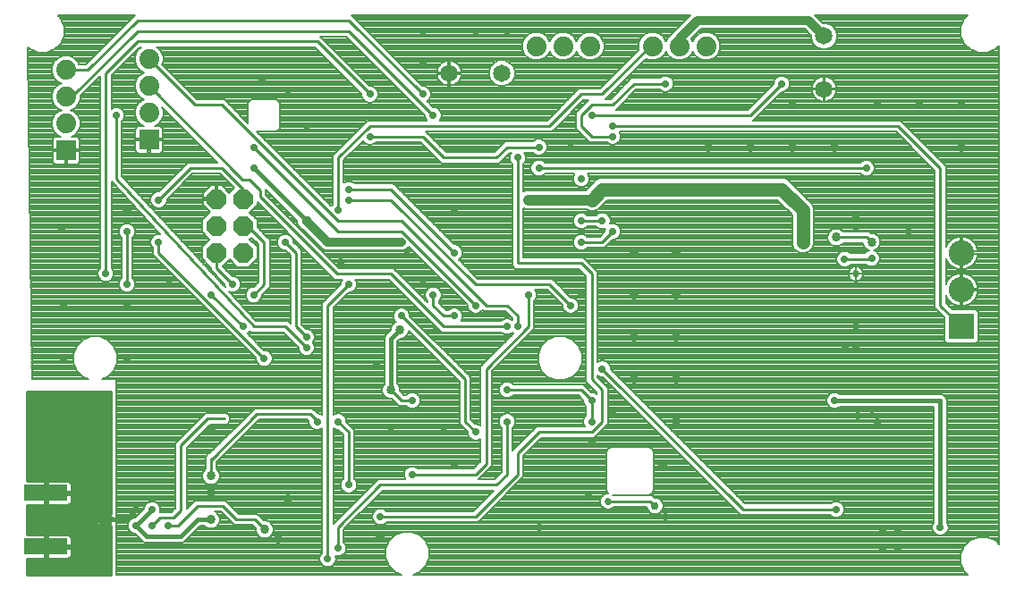
<source format=gbl>
G75*
G70*
%OFA0B0*%
%FSLAX24Y24*%
%IPPOS*%
%LPD*%
%AMOC8*
5,1,8,0,0,1.08239X$1,22.5*
%
%ADD10C,0.0740*%
%ADD11R,0.0740X0.0740*%
%ADD12R,0.1600X0.0600*%
%ADD13R,0.0120X0.0060*%
%ADD14C,0.0050*%
%ADD15R,0.0950X0.0950*%
%ADD16C,0.0950*%
%ADD17C,0.0270*%
%ADD18C,0.0650*%
%ADD19OC8,0.0740*%
%ADD20C,0.0340*%
%ADD21C,0.0290*%
%ADD22C,0.0080*%
%ADD23C,0.0175*%
%ADD24C,0.0160*%
%ADD25C,0.0291*%
%ADD26C,0.0337*%
%ADD27R,0.0376X0.0376*%
%ADD28C,0.0100*%
%ADD29C,0.0297*%
%ADD30C,0.0400*%
%ADD31C,0.0500*%
%ADD32C,0.0376*%
%ADD33C,0.0320*%
%ADD34C,0.0060*%
%ADD35C,0.0240*%
D10*
X003609Y017166D03*
X003609Y018166D03*
X003609Y019166D03*
X006699Y019567D03*
X006699Y018567D03*
X006699Y017567D03*
X021132Y020056D03*
X022132Y020056D03*
X023132Y020056D03*
X025463Y020056D03*
X026463Y020056D03*
X027463Y020056D03*
D11*
X006699Y016567D03*
X003609Y016166D03*
D12*
X002854Y003402D03*
X002854Y001402D03*
D13*
X004889Y002402D03*
X005389Y002402D03*
D14*
X005389Y002381D02*
X004889Y002381D01*
X004889Y002339D02*
X004889Y002464D01*
X005389Y002464D01*
X005389Y002339D01*
X004889Y002339D01*
X004889Y002430D02*
X005389Y002430D01*
D15*
X036979Y009599D03*
D16*
X036979Y010977D03*
X036979Y012355D03*
D17*
X033042Y011567D03*
X023809Y003083D03*
D18*
X031860Y018457D03*
X031860Y020426D03*
X019853Y019048D03*
X017884Y019048D03*
D19*
X010207Y014355D03*
X009207Y014355D03*
X009207Y013355D03*
X010207Y013355D03*
X010207Y012355D03*
X009207Y012355D03*
D20*
X005014Y006662D03*
X002514Y006662D03*
X002514Y004162D03*
X003514Y004162D03*
X009014Y004037D03*
X009014Y003412D03*
X009014Y002402D03*
X011014Y002037D03*
X011514Y001662D03*
X011889Y003162D03*
X009014Y005787D03*
X003514Y000662D03*
X002514Y000662D03*
D21*
X006214Y002182D03*
X006814Y002182D03*
X006814Y002772D03*
X006214Y002772D03*
X007404Y002182D03*
X013357Y000937D03*
X013750Y001331D03*
X015325Y002512D03*
X014144Y003693D03*
X016506Y004087D03*
X018081Y004481D03*
X017687Y005662D03*
X018868Y005662D03*
X020049Y006056D03*
X020049Y007237D03*
X023199Y006843D03*
X023199Y006056D03*
X023199Y005268D03*
X023081Y003319D03*
X016506Y006843D03*
X015719Y005662D03*
X013750Y006056D03*
X012963Y006056D03*
X015187Y008201D03*
X017372Y009441D03*
X018081Y009993D03*
X018868Y010386D03*
X020049Y009599D03*
X020443Y009599D03*
X022412Y010386D03*
X022805Y010780D03*
X020837Y010780D03*
X018081Y012355D03*
X016309Y012276D03*
X016900Y011174D03*
X017294Y010780D03*
X016112Y009993D03*
X014144Y011174D03*
X013829Y012020D03*
X011782Y012748D03*
X013750Y013930D03*
X014144Y014323D03*
X014144Y014717D03*
X014144Y015111D03*
X014931Y016685D03*
X012569Y017079D03*
X010601Y016292D03*
X010601Y015504D03*
X007057Y014323D03*
X005876Y013142D03*
X007057Y012748D03*
X005089Y011567D03*
X005876Y011174D03*
X005876Y010386D03*
X007451Y011174D03*
X009026Y010780D03*
X009813Y011174D03*
X010601Y010780D03*
X010207Y009599D03*
X010994Y008418D03*
X012569Y008811D03*
X012569Y009205D03*
X005876Y008418D03*
X003514Y008418D03*
X003514Y010386D03*
X003455Y013280D03*
X005483Y017473D03*
X010896Y018733D03*
X011894Y018423D03*
X014931Y018260D03*
X016900Y018260D03*
X017294Y017473D03*
X020443Y015898D03*
X021231Y015504D03*
X021231Y016292D03*
X022412Y016292D03*
X023986Y016685D03*
X023986Y017079D03*
X023199Y017473D03*
X025955Y018654D03*
X030286Y018654D03*
X033435Y015504D03*
X033042Y013693D03*
X033042Y013300D03*
X032628Y012119D03*
X033632Y012138D03*
X035010Y013142D03*
X031073Y013142D03*
X031073Y012748D03*
X031073Y013536D03*
X033042Y009599D03*
X033042Y008811D03*
X032648Y008811D03*
X032254Y006843D03*
X033120Y006292D03*
X033632Y006508D03*
X033829Y006056D03*
X032317Y002783D03*
X034046Y001981D03*
X034616Y001981D03*
X034616Y001331D03*
X034046Y001331D03*
X036191Y002119D03*
X023593Y008024D03*
X022805Y012748D03*
X022805Y013536D03*
X023593Y013536D03*
X023986Y013142D03*
X022805Y015111D03*
X018081Y013930D03*
X016900Y019441D03*
X016900Y020622D03*
X018868Y020622D03*
X020049Y020622D03*
D22*
X020683Y020356D02*
X020602Y020161D01*
X020602Y019950D01*
X020683Y019755D01*
X020832Y019606D01*
X021027Y019526D01*
X021238Y019526D01*
X021432Y019606D01*
X021581Y019755D01*
X021632Y019878D01*
X021683Y019755D01*
X021832Y019606D01*
X022027Y019526D01*
X022238Y019526D01*
X022432Y019606D01*
X022581Y019755D01*
X022632Y019878D01*
X022683Y019755D01*
X022832Y019606D01*
X023027Y019526D01*
X023238Y019526D01*
X023432Y019606D01*
X023581Y019755D01*
X023662Y019950D01*
X023662Y020161D01*
X023581Y020356D01*
X023432Y020505D01*
X023238Y020586D01*
X023027Y020586D01*
X022832Y020505D01*
X022683Y020356D01*
X022632Y020233D01*
X022581Y020356D01*
X022432Y020505D01*
X022238Y020586D01*
X022027Y020586D01*
X021832Y020505D01*
X021683Y020356D01*
X021632Y020233D01*
X021581Y020356D01*
X021432Y020505D01*
X021238Y020586D01*
X021027Y020586D01*
X020832Y020505D01*
X020683Y020356D01*
X020670Y020325D02*
X015132Y020325D01*
X015054Y020403D02*
X020730Y020403D01*
X020809Y020482D02*
X014975Y020482D01*
X014897Y020560D02*
X020965Y020560D01*
X021299Y020560D02*
X021965Y020560D01*
X021809Y020482D02*
X021456Y020482D01*
X021534Y020403D02*
X021730Y020403D01*
X021670Y020325D02*
X021594Y020325D01*
X021627Y020246D02*
X021637Y020246D01*
X021622Y019854D02*
X021642Y019854D01*
X021675Y019775D02*
X021590Y019775D01*
X021523Y019697D02*
X021742Y019697D01*
X021820Y019618D02*
X021444Y019618D01*
X021271Y019540D02*
X021993Y019540D01*
X022271Y019540D02*
X022993Y019540D01*
X022820Y019618D02*
X022444Y019618D01*
X022523Y019697D02*
X022742Y019697D01*
X022675Y019775D02*
X022590Y019775D01*
X022622Y019854D02*
X022642Y019854D01*
X022627Y020246D02*
X022637Y020246D01*
X022670Y020325D02*
X022594Y020325D01*
X022534Y020403D02*
X022730Y020403D01*
X022809Y020482D02*
X022456Y020482D01*
X022299Y020560D02*
X022965Y020560D01*
X023299Y020560D02*
X025296Y020560D01*
X025357Y020586D02*
X025163Y020505D01*
X025014Y020356D01*
X024933Y020161D01*
X024933Y019950D01*
X024948Y019913D01*
X023506Y018470D01*
X022718Y018470D01*
X021537Y017289D01*
X017541Y017289D01*
X017552Y017300D01*
X017599Y017412D01*
X017599Y017534D01*
X017552Y017646D01*
X017466Y017731D01*
X017354Y017778D01*
X017286Y017778D01*
X017065Y017998D01*
X017073Y018002D01*
X017158Y018087D01*
X017205Y018200D01*
X017205Y018321D01*
X017158Y018433D01*
X017073Y018519D01*
X016961Y018565D01*
X016892Y018565D01*
X014245Y021212D01*
X026879Y021212D01*
X026865Y021197D01*
X026282Y020614D01*
X026192Y020524D01*
X026188Y020515D01*
X026163Y020505D01*
X026014Y020356D01*
X025963Y020233D01*
X025912Y020356D01*
X025763Y020505D01*
X025568Y020586D01*
X025357Y020586D01*
X025139Y020482D02*
X023456Y020482D01*
X023534Y020403D02*
X025061Y020403D01*
X025001Y020325D02*
X023594Y020325D01*
X023627Y020246D02*
X024968Y020246D01*
X024936Y020168D02*
X023659Y020168D01*
X023662Y020089D02*
X024933Y020089D01*
X024933Y020011D02*
X023662Y020011D01*
X023655Y019932D02*
X024940Y019932D01*
X024889Y019854D02*
X023622Y019854D01*
X023590Y019775D02*
X024811Y019775D01*
X024732Y019697D02*
X023523Y019697D01*
X023444Y019618D02*
X024654Y019618D01*
X024575Y019540D02*
X023271Y019540D01*
X024026Y018990D02*
X020338Y018990D01*
X020338Y018951D02*
X020338Y019144D01*
X020264Y019322D01*
X020127Y019459D01*
X019949Y019533D01*
X019756Y019533D01*
X019578Y019459D01*
X019441Y019322D01*
X019368Y019144D01*
X019368Y018951D01*
X019441Y018773D01*
X019578Y018636D01*
X019756Y018563D01*
X019949Y018563D01*
X020127Y018636D01*
X020264Y018773D01*
X020338Y018951D01*
X020321Y018912D02*
X023947Y018912D01*
X023869Y018833D02*
X020289Y018833D01*
X020245Y018755D02*
X023790Y018755D01*
X023712Y018676D02*
X020167Y018676D01*
X020033Y018598D02*
X023633Y018598D01*
X023555Y018519D02*
X017072Y018519D01*
X017151Y018441D02*
X022689Y018441D01*
X022610Y018362D02*
X017188Y018362D01*
X017205Y018284D02*
X022532Y018284D01*
X022453Y018205D02*
X017205Y018205D01*
X017175Y018127D02*
X022375Y018127D01*
X022296Y018048D02*
X017119Y018048D01*
X017094Y017970D02*
X022218Y017970D01*
X022139Y017891D02*
X017172Y017891D01*
X017251Y017813D02*
X022061Y017813D01*
X021982Y017734D02*
X017460Y017734D01*
X017542Y017656D02*
X021904Y017656D01*
X021825Y017577D02*
X017581Y017577D01*
X017599Y017499D02*
X021747Y017499D01*
X021668Y017420D02*
X017599Y017420D01*
X017569Y017342D02*
X021590Y017342D01*
X021948Y017106D02*
X022595Y017106D01*
X022595Y017028D02*
X021870Y017028D01*
X021834Y016992D02*
X022892Y018050D01*
X023086Y018050D01*
X022989Y017954D01*
X022595Y017560D01*
X022595Y016992D01*
X022718Y016869D01*
X023112Y016475D01*
X023765Y016475D01*
X023814Y016427D01*
X023926Y016380D01*
X024047Y016380D01*
X024159Y016427D01*
X024245Y016513D01*
X024291Y016625D01*
X024291Y016746D01*
X024245Y016858D01*
X024234Y016869D01*
X034529Y016869D01*
X035981Y015417D01*
X035981Y010299D01*
X036344Y009937D01*
X036344Y009058D01*
X036437Y008964D01*
X037520Y008964D01*
X037614Y009058D01*
X037614Y010140D01*
X037520Y010234D01*
X036641Y010234D01*
X036401Y010473D01*
X036401Y010764D01*
X036409Y010741D01*
X036453Y010654D01*
X036509Y010576D01*
X036578Y010508D01*
X036656Y010451D01*
X036743Y010407D01*
X036835Y010377D01*
X036930Y010362D01*
X036939Y010362D01*
X036939Y010937D01*
X037019Y010937D01*
X037019Y011017D01*
X037594Y011017D01*
X037594Y011025D01*
X037578Y011121D01*
X037549Y011213D01*
X037505Y011299D01*
X037448Y011377D01*
X037379Y011446D01*
X037301Y011503D01*
X037215Y011547D01*
X037123Y011577D01*
X037027Y011592D01*
X037019Y011592D01*
X037019Y011017D01*
X036939Y011017D01*
X036939Y011592D01*
X036930Y011592D01*
X036835Y011577D01*
X036743Y011547D01*
X036656Y011503D01*
X036578Y011446D01*
X036509Y011377D01*
X036453Y011299D01*
X036409Y011213D01*
X036401Y011190D01*
X036401Y012142D01*
X036409Y012119D01*
X036453Y012032D01*
X036509Y011954D01*
X036578Y011886D01*
X036656Y011829D01*
X036743Y011785D01*
X036835Y011755D01*
X036930Y011740D01*
X036939Y011740D01*
X036939Y012315D01*
X037019Y012315D01*
X037019Y012395D01*
X037594Y012395D01*
X037594Y012403D01*
X037578Y012499D01*
X037549Y012591D01*
X037505Y012677D01*
X037448Y012755D01*
X037379Y012824D01*
X037301Y012881D01*
X037215Y012925D01*
X037123Y012955D01*
X037027Y012970D01*
X037019Y012970D01*
X037019Y012395D01*
X036939Y012395D01*
X036939Y012970D01*
X036930Y012970D01*
X036835Y012955D01*
X036743Y012925D01*
X036656Y012881D01*
X036578Y012824D01*
X036509Y012755D01*
X036453Y012677D01*
X036409Y012591D01*
X036401Y012568D01*
X036401Y015591D01*
X036278Y015714D01*
X034703Y017289D01*
X029218Y017289D01*
X030278Y018349D01*
X030346Y018349D01*
X030458Y018395D01*
X030544Y018481D01*
X030591Y018593D01*
X030591Y018715D01*
X030544Y018827D01*
X030458Y018913D01*
X030346Y018959D01*
X030225Y018959D01*
X030113Y018913D01*
X030027Y018827D01*
X029981Y018715D01*
X029981Y018646D01*
X029018Y017683D01*
X024100Y017683D01*
X024196Y017780D01*
X024861Y018444D01*
X025734Y018444D01*
X025782Y018395D01*
X025894Y018349D01*
X026016Y018349D01*
X026128Y018395D01*
X026214Y018481D01*
X026260Y018593D01*
X026260Y018715D01*
X026214Y018827D01*
X026128Y018913D01*
X026016Y018959D01*
X025894Y018959D01*
X025782Y018913D01*
X025734Y018864D01*
X024687Y018864D01*
X023899Y018077D01*
X023706Y018077D01*
X023803Y018173D01*
X025214Y019585D01*
X025357Y019526D01*
X025568Y019526D01*
X025763Y019606D01*
X025912Y019755D01*
X025963Y019878D01*
X026014Y019755D01*
X026163Y019606D01*
X026357Y019526D01*
X026568Y019526D01*
X026763Y019606D01*
X026912Y019755D01*
X026963Y019878D01*
X027014Y019755D01*
X027163Y019606D01*
X027357Y019526D01*
X027568Y019526D01*
X027763Y019606D01*
X027912Y019755D01*
X027993Y019950D01*
X027993Y020161D01*
X027912Y020356D01*
X027763Y020505D01*
X027568Y020586D01*
X027357Y020586D01*
X027163Y020505D01*
X027014Y020356D01*
X026963Y020233D01*
X026917Y020344D01*
X027269Y020696D01*
X031137Y020696D01*
X031375Y020458D01*
X031375Y020329D01*
X031449Y020151D01*
X031586Y020014D01*
X031764Y019941D01*
X031957Y019941D01*
X032135Y020014D01*
X032272Y020151D01*
X032345Y020329D01*
X032345Y020522D01*
X032272Y020700D01*
X032135Y020837D01*
X031957Y020911D01*
X031828Y020911D01*
X031527Y021212D01*
X037196Y021212D01*
X037071Y021087D01*
X036946Y020786D01*
X036946Y020459D01*
X037071Y020158D01*
X037302Y019927D01*
X037603Y019803D01*
X037929Y019803D01*
X038230Y019927D01*
X038375Y020072D01*
X038375Y001488D01*
X038230Y001632D01*
X037929Y001757D01*
X037603Y001757D01*
X037302Y001632D01*
X037071Y001402D01*
X036946Y001100D01*
X036946Y000774D01*
X037071Y000473D01*
X037204Y000340D01*
X016554Y000340D01*
X016793Y000439D01*
X017024Y000670D01*
X017149Y000971D01*
X017149Y001297D01*
X017024Y001599D01*
X016793Y001829D01*
X016492Y001954D01*
X016166Y001954D01*
X015865Y001829D01*
X015634Y001599D01*
X015509Y001297D01*
X015509Y000971D01*
X015634Y000670D01*
X015865Y000439D01*
X016104Y000340D01*
X005483Y000340D01*
X005483Y007630D01*
X004937Y007630D01*
X005160Y007723D01*
X005390Y007953D01*
X005515Y008255D01*
X005515Y008581D01*
X005390Y008882D01*
X005160Y009113D01*
X004858Y009238D01*
X004532Y009238D01*
X004231Y009113D01*
X004000Y008882D01*
X003875Y008581D01*
X003875Y008255D01*
X004000Y007953D01*
X004231Y007723D01*
X004454Y007630D01*
X002333Y007630D01*
X002191Y019998D01*
X002262Y019927D01*
X002564Y019803D01*
X002890Y019803D01*
X003191Y019927D01*
X003422Y020158D01*
X003547Y020459D01*
X003547Y020786D01*
X003422Y021087D01*
X003297Y021212D01*
X006169Y021212D01*
X004333Y019376D01*
X004095Y019376D01*
X004058Y019466D01*
X003909Y019615D01*
X003714Y019696D01*
X003503Y019696D01*
X003308Y019615D01*
X003159Y019466D01*
X003079Y019271D01*
X003079Y019060D01*
X003159Y018866D01*
X003308Y018716D01*
X003431Y018666D01*
X003308Y018615D01*
X003159Y018466D01*
X003079Y018271D01*
X003079Y018060D01*
X003159Y017866D01*
X003308Y017716D01*
X003431Y017666D01*
X003308Y017615D01*
X003159Y017466D01*
X003079Y017271D01*
X003079Y017060D01*
X003159Y016866D01*
X003308Y016716D01*
X003407Y016676D01*
X003220Y016676D01*
X003184Y016666D01*
X003153Y016648D01*
X003126Y016622D01*
X003108Y016590D01*
X003099Y016554D01*
X003099Y016206D01*
X003568Y016206D01*
X003568Y016126D01*
X003099Y016126D01*
X003099Y015777D01*
X003108Y015742D01*
X003126Y015710D01*
X003153Y015684D01*
X003184Y015665D01*
X003220Y015656D01*
X003569Y015656D01*
X003569Y016126D01*
X003649Y016126D01*
X003649Y016206D01*
X004119Y016206D01*
X004119Y016554D01*
X004109Y016590D01*
X004091Y016622D01*
X004064Y016648D01*
X004033Y016666D01*
X003997Y016676D01*
X003810Y016676D01*
X003909Y016716D01*
X004058Y016866D01*
X004139Y017060D01*
X004139Y017271D01*
X004058Y017466D01*
X003909Y017615D01*
X003786Y017666D01*
X003909Y017716D01*
X004058Y017866D01*
X004139Y018060D01*
X004139Y018194D01*
X004879Y018934D01*
X004879Y011789D01*
X004830Y011740D01*
X004784Y011628D01*
X004784Y011507D01*
X004830Y011395D01*
X004916Y011309D01*
X005028Y011262D01*
X005149Y011262D01*
X005262Y011309D01*
X005347Y011395D01*
X005394Y011507D01*
X005394Y011628D01*
X005347Y011740D01*
X005299Y011789D01*
X005299Y014997D01*
X005331Y014965D01*
X007106Y013053D01*
X006997Y013053D01*
X006885Y013007D01*
X006799Y012921D01*
X006752Y012809D01*
X006752Y012688D01*
X006799Y012576D01*
X006847Y012527D01*
X006847Y012268D01*
X010689Y008426D01*
X010689Y008357D01*
X010736Y008245D01*
X010822Y008159D01*
X010934Y008113D01*
X011055Y008113D01*
X011167Y008159D01*
X011253Y008245D01*
X011299Y008357D01*
X011299Y008478D01*
X011253Y008590D01*
X011167Y008676D01*
X011055Y008723D01*
X010986Y008723D01*
X010372Y009337D01*
X010380Y009340D01*
X010465Y009426D01*
X010468Y009433D01*
X010506Y009392D01*
X010510Y009392D01*
X010514Y009389D01*
X010597Y009389D01*
X010680Y009386D01*
X010683Y009389D01*
X011695Y009389D01*
X012264Y008819D01*
X012264Y008751D01*
X012311Y008639D01*
X012396Y008553D01*
X012508Y008506D01*
X012630Y008506D01*
X012742Y008553D01*
X012828Y008639D01*
X012874Y008751D01*
X012874Y008872D01*
X012828Y008984D01*
X012804Y009008D01*
X012828Y009032D01*
X012874Y009144D01*
X012874Y009266D01*
X012828Y009378D01*
X012742Y009464D01*
X012630Y009510D01*
X012561Y009510D01*
X012385Y009686D01*
X012385Y012442D01*
X012262Y012565D01*
X012087Y012740D01*
X012087Y012809D01*
X012040Y012921D01*
X011955Y013007D01*
X011842Y013053D01*
X011721Y013053D01*
X011609Y013007D01*
X011523Y012921D01*
X011477Y012809D01*
X011477Y012688D01*
X011523Y012576D01*
X011609Y012490D01*
X011721Y012443D01*
X011790Y012443D01*
X011965Y012268D01*
X011965Y009712D01*
X011869Y009809D01*
X010692Y009809D01*
X009680Y010899D01*
X009753Y010869D01*
X009874Y010869D01*
X009986Y010915D01*
X010072Y011001D01*
X010118Y011113D01*
X010118Y011234D01*
X010072Y011346D01*
X009986Y011432D01*
X009874Y011479D01*
X009805Y011479D01*
X009443Y011841D01*
X009707Y012105D01*
X009987Y011825D01*
X010426Y011825D01*
X010737Y012135D01*
X010737Y012574D01*
X010456Y012855D01*
X010524Y012922D01*
X010784Y012661D01*
X010784Y011261D01*
X010609Y011085D01*
X010540Y011085D01*
X010428Y011038D01*
X010342Y010953D01*
X010296Y010841D01*
X010296Y010719D01*
X010342Y010607D01*
X010428Y010521D01*
X010540Y010475D01*
X010661Y010475D01*
X010773Y010521D01*
X010859Y010607D01*
X010906Y010719D01*
X010906Y010788D01*
X011204Y011087D01*
X011204Y012835D01*
X011081Y012958D01*
X010737Y013303D01*
X010737Y013574D01*
X010456Y013855D01*
X010737Y014135D01*
X010737Y014232D01*
X013489Y011480D01*
X013612Y011357D01*
X013896Y011357D01*
X013885Y011346D01*
X013839Y011234D01*
X013839Y011166D01*
X013147Y010473D01*
X013147Y006303D01*
X013136Y006314D01*
X013024Y006361D01*
X012971Y006361D01*
X012784Y006547D01*
X010630Y006547D01*
X010507Y006424D01*
X008956Y004872D01*
X008927Y004872D01*
X008804Y004749D01*
X008804Y004294D01*
X008734Y004224D01*
X008684Y004102D01*
X008684Y003971D01*
X008734Y003850D01*
X008827Y003757D01*
X008948Y003707D01*
X009080Y003707D01*
X009201Y003757D01*
X009294Y003850D01*
X009344Y003971D01*
X009344Y004102D01*
X009294Y004224D01*
X009224Y004294D01*
X009224Y004546D01*
X013147Y004546D01*
X013147Y004468D02*
X009224Y004468D01*
X009224Y004546D02*
X010804Y006127D01*
X012610Y006127D01*
X012658Y006079D01*
X012658Y005995D01*
X012704Y005883D01*
X012790Y005797D01*
X012902Y005751D01*
X013024Y005751D01*
X013136Y005797D01*
X013147Y005808D01*
X013147Y001159D01*
X013098Y001110D01*
X013052Y000998D01*
X013052Y000877D01*
X013098Y000765D01*
X013184Y000679D01*
X013296Y000632D01*
X013417Y000632D01*
X013529Y000679D01*
X013615Y000765D01*
X013662Y000877D01*
X013662Y000998D01*
X013642Y001046D01*
X013690Y001026D01*
X013811Y001026D01*
X013923Y001073D01*
X014009Y001158D01*
X014055Y001270D01*
X014055Y001392D01*
X014009Y001504D01*
X013960Y001552D01*
X013960Y002032D01*
X015412Y003483D01*
X019542Y003483D01*
X018781Y002722D01*
X015546Y002722D01*
X015498Y002771D01*
X015386Y002817D01*
X015264Y002817D01*
X015152Y002771D01*
X015066Y002685D01*
X015020Y002573D01*
X015020Y002452D01*
X015066Y002339D01*
X015152Y002254D01*
X015264Y002207D01*
X015386Y002207D01*
X015498Y002254D01*
X015546Y002302D01*
X018955Y002302D01*
X019078Y002425D01*
X020653Y004000D01*
X020653Y004787D01*
X021318Y005452D01*
X023286Y005452D01*
X023409Y005575D01*
X023803Y005969D01*
X023803Y007324D01*
X023680Y007447D01*
X023409Y007717D01*
X023409Y007776D01*
X023420Y007765D01*
X023532Y007719D01*
X023601Y007719D01*
X028623Y002696D01*
X028746Y002573D01*
X032096Y002573D01*
X032145Y002525D01*
X032257Y002478D01*
X032378Y002478D01*
X032490Y002525D01*
X032576Y002611D01*
X032622Y002723D01*
X032622Y002844D01*
X032576Y002956D01*
X032490Y003042D01*
X032378Y003088D01*
X032257Y003088D01*
X032145Y003042D01*
X032096Y002993D01*
X028920Y002993D01*
X023898Y008016D01*
X023898Y008085D01*
X023851Y008197D01*
X023766Y008283D01*
X023653Y008329D01*
X023532Y008329D01*
X023420Y008283D01*
X023409Y008272D01*
X023409Y011654D01*
X023286Y011777D01*
X022892Y012171D01*
X020653Y012171D01*
X020653Y014010D01*
X020765Y013963D01*
X022997Y013963D01*
X023118Y013913D01*
X023281Y013913D01*
X023431Y013976D01*
X023763Y014307D01*
X030116Y014307D01*
X030663Y013760D01*
X030663Y012667D01*
X030725Y012516D01*
X030841Y012401D01*
X030992Y012338D01*
X031155Y012338D01*
X031305Y012401D01*
X031421Y012516D01*
X031483Y012667D01*
X031483Y014011D01*
X031421Y014162D01*
X031305Y014277D01*
X030518Y015065D01*
X030367Y015127D01*
X023511Y015127D01*
X023361Y015065D01*
X023245Y014949D01*
X022979Y014683D01*
X020765Y014683D01*
X020653Y014637D01*
X020653Y015677D01*
X020702Y015725D01*
X020748Y015837D01*
X020748Y015959D01*
X020702Y016071D01*
X020691Y016082D01*
X021009Y016082D01*
X021058Y016033D01*
X021170Y015987D01*
X021291Y015987D01*
X021403Y016033D01*
X021489Y016119D01*
X021536Y016231D01*
X021536Y016352D01*
X021489Y016465D01*
X021403Y016550D01*
X021291Y016597D01*
X021170Y016597D01*
X021058Y016550D01*
X021009Y016502D01*
X019962Y016502D01*
X019839Y016379D01*
X019569Y016108D01*
X017774Y016108D01*
X017013Y016869D01*
X021711Y016869D01*
X021834Y016992D01*
X021791Y016949D02*
X022638Y016949D01*
X022717Y016871D02*
X021713Y016871D01*
X022027Y017185D02*
X022595Y017185D01*
X022595Y017263D02*
X022105Y017263D01*
X022184Y017342D02*
X022595Y017342D01*
X022595Y017420D02*
X022262Y017420D01*
X022341Y017499D02*
X022595Y017499D01*
X022613Y017577D02*
X022419Y017577D01*
X022498Y017656D02*
X022691Y017656D01*
X022770Y017734D02*
X022576Y017734D01*
X022655Y017813D02*
X022848Y017813D01*
X022927Y017891D02*
X022733Y017891D01*
X022812Y017970D02*
X023005Y017970D01*
X023084Y018048D02*
X022890Y018048D01*
X023756Y018127D02*
X023949Y018127D01*
X024028Y018205D02*
X023835Y018205D01*
X023913Y018284D02*
X024106Y018284D01*
X024185Y018362D02*
X023992Y018362D01*
X024070Y018441D02*
X024263Y018441D01*
X024342Y018519D02*
X024149Y018519D01*
X024227Y018598D02*
X024420Y018598D01*
X024499Y018676D02*
X024306Y018676D01*
X024384Y018755D02*
X024577Y018755D01*
X024656Y018833D02*
X024463Y018833D01*
X024541Y018912D02*
X025781Y018912D01*
X026129Y018912D02*
X030112Y018912D01*
X030033Y018833D02*
X026207Y018833D01*
X026243Y018755D02*
X029997Y018755D01*
X029981Y018676D02*
X026260Y018676D01*
X026260Y018598D02*
X029932Y018598D01*
X029854Y018519D02*
X026229Y018519D01*
X026173Y018441D02*
X029775Y018441D01*
X029697Y018362D02*
X026047Y018362D01*
X025863Y018362D02*
X024779Y018362D01*
X024700Y018284D02*
X029618Y018284D01*
X029540Y018205D02*
X024622Y018205D01*
X024543Y018127D02*
X029461Y018127D01*
X029383Y018048D02*
X024465Y018048D01*
X024386Y017970D02*
X029304Y017970D01*
X029226Y017891D02*
X024308Y017891D01*
X024229Y017813D02*
X029147Y017813D01*
X029069Y017734D02*
X024151Y017734D01*
X024857Y018441D02*
X025737Y018441D01*
X024777Y019147D02*
X038375Y019147D01*
X038375Y019069D02*
X024698Y019069D01*
X024620Y018990D02*
X038375Y018990D01*
X038375Y018912D02*
X031964Y018912D01*
X031969Y018911D02*
X031897Y018922D01*
X031889Y018922D01*
X031889Y018486D01*
X031832Y018486D01*
X031832Y018922D01*
X031824Y018922D01*
X031752Y018911D01*
X031682Y018888D01*
X031617Y018855D01*
X031558Y018812D01*
X031506Y018760D01*
X031463Y018701D01*
X031430Y018636D01*
X031407Y018566D01*
X031395Y018494D01*
X031395Y018486D01*
X031832Y018486D01*
X031832Y018428D01*
X031889Y018428D01*
X031889Y017992D01*
X031897Y017992D01*
X031969Y018004D01*
X032039Y018026D01*
X032104Y018059D01*
X032163Y018102D01*
X032215Y018154D01*
X032258Y018213D01*
X032291Y018279D01*
X032314Y018348D01*
X032325Y018420D01*
X032325Y018428D01*
X031889Y018428D01*
X031889Y018486D01*
X032325Y018486D01*
X032325Y018494D01*
X032314Y018566D01*
X032291Y018636D01*
X032258Y018701D01*
X032215Y018760D01*
X032163Y018812D01*
X032104Y018855D01*
X032039Y018888D01*
X031969Y018911D01*
X031889Y018912D02*
X031832Y018912D01*
X031757Y018912D02*
X030459Y018912D01*
X030538Y018833D02*
X031587Y018833D01*
X031502Y018755D02*
X030574Y018755D01*
X030591Y018676D02*
X031450Y018676D01*
X031417Y018598D02*
X030591Y018598D01*
X030560Y018519D02*
X031399Y018519D01*
X031395Y018428D02*
X031395Y018420D01*
X031407Y018348D01*
X031430Y018279D01*
X031463Y018213D01*
X031506Y018154D01*
X031558Y018102D01*
X031617Y018059D01*
X031682Y018026D01*
X031752Y018004D01*
X031824Y017992D01*
X031832Y017992D01*
X031832Y018428D01*
X031395Y018428D01*
X031405Y018362D02*
X030378Y018362D01*
X030504Y018441D02*
X031832Y018441D01*
X031889Y018441D02*
X038375Y018441D01*
X038375Y018519D02*
X032321Y018519D01*
X032304Y018598D02*
X038375Y018598D01*
X038375Y018676D02*
X032271Y018676D01*
X032219Y018755D02*
X038375Y018755D01*
X038375Y018833D02*
X032134Y018833D01*
X031889Y018833D02*
X031832Y018833D01*
X031832Y018755D02*
X031889Y018755D01*
X031889Y018676D02*
X031832Y018676D01*
X031832Y018598D02*
X031889Y018598D01*
X031889Y018519D02*
X031832Y018519D01*
X031832Y018362D02*
X031889Y018362D01*
X031889Y018284D02*
X031832Y018284D01*
X031832Y018205D02*
X031889Y018205D01*
X031889Y018127D02*
X031832Y018127D01*
X031832Y018048D02*
X031889Y018048D01*
X032082Y018048D02*
X038375Y018048D01*
X038375Y017970D02*
X029898Y017970D01*
X029977Y018048D02*
X031639Y018048D01*
X031533Y018127D02*
X030055Y018127D01*
X030134Y018205D02*
X031469Y018205D01*
X031428Y018284D02*
X030212Y018284D01*
X029820Y017891D02*
X038375Y017891D01*
X038375Y017813D02*
X029741Y017813D01*
X029663Y017734D02*
X038375Y017734D01*
X038375Y017656D02*
X029584Y017656D01*
X029506Y017577D02*
X038375Y017577D01*
X038375Y017499D02*
X029427Y017499D01*
X029349Y017420D02*
X038375Y017420D01*
X038375Y017342D02*
X029270Y017342D01*
X032188Y018127D02*
X038375Y018127D01*
X038375Y018205D02*
X032252Y018205D01*
X032293Y018284D02*
X038375Y018284D01*
X038375Y018362D02*
X032316Y018362D01*
X034729Y017263D02*
X038375Y017263D01*
X038375Y017185D02*
X034808Y017185D01*
X034886Y017106D02*
X038375Y017106D01*
X038375Y017028D02*
X034965Y017028D01*
X035043Y016949D02*
X038375Y016949D01*
X038375Y016871D02*
X035122Y016871D01*
X035200Y016792D02*
X038375Y016792D01*
X038375Y016714D02*
X035279Y016714D01*
X035357Y016635D02*
X038375Y016635D01*
X038375Y016557D02*
X035436Y016557D01*
X035514Y016478D02*
X038375Y016478D01*
X038375Y016400D02*
X035593Y016400D01*
X035671Y016321D02*
X038375Y016321D01*
X038375Y016243D02*
X035750Y016243D01*
X035828Y016164D02*
X038375Y016164D01*
X038375Y016086D02*
X035907Y016086D01*
X035985Y016007D02*
X038375Y016007D01*
X038375Y015929D02*
X036064Y015929D01*
X036142Y015850D02*
X038375Y015850D01*
X038375Y015772D02*
X036221Y015772D01*
X036299Y015693D02*
X038375Y015693D01*
X038375Y015615D02*
X036378Y015615D01*
X036401Y015536D02*
X038375Y015536D01*
X038375Y015458D02*
X036401Y015458D01*
X036401Y015379D02*
X038375Y015379D01*
X038375Y015301D02*
X036401Y015301D01*
X036401Y015222D02*
X038375Y015222D01*
X038375Y015144D02*
X036401Y015144D01*
X036401Y015065D02*
X038375Y015065D01*
X038375Y014987D02*
X036401Y014987D01*
X036401Y014908D02*
X038375Y014908D01*
X038375Y014830D02*
X036401Y014830D01*
X036401Y014751D02*
X038375Y014751D01*
X038375Y014673D02*
X036401Y014673D01*
X036401Y014594D02*
X038375Y014594D01*
X038375Y014516D02*
X036401Y014516D01*
X036401Y014437D02*
X038375Y014437D01*
X038375Y014359D02*
X036401Y014359D01*
X036401Y014280D02*
X038375Y014280D01*
X038375Y014202D02*
X036401Y014202D01*
X036401Y014123D02*
X038375Y014123D01*
X038375Y014045D02*
X036401Y014045D01*
X036401Y013966D02*
X038375Y013966D01*
X038375Y013888D02*
X036401Y013888D01*
X036401Y013809D02*
X038375Y013809D01*
X038375Y013731D02*
X036401Y013731D01*
X036401Y013652D02*
X038375Y013652D01*
X038375Y013574D02*
X036401Y013574D01*
X036401Y013495D02*
X038375Y013495D01*
X038375Y013417D02*
X036401Y013417D01*
X036401Y013338D02*
X038375Y013338D01*
X038375Y013260D02*
X036401Y013260D01*
X036401Y013181D02*
X038375Y013181D01*
X038375Y013103D02*
X036401Y013103D01*
X036401Y013024D02*
X038375Y013024D01*
X038375Y012946D02*
X037150Y012946D01*
X037019Y012946D02*
X036939Y012946D01*
X036939Y012867D02*
X037019Y012867D01*
X037019Y012789D02*
X036939Y012789D01*
X036939Y012710D02*
X037019Y012710D01*
X037019Y012632D02*
X036939Y012632D01*
X036939Y012553D02*
X037019Y012553D01*
X037019Y012475D02*
X036939Y012475D01*
X036939Y012396D02*
X037019Y012396D01*
X037019Y012318D02*
X038375Y012318D01*
X038375Y012396D02*
X037594Y012396D01*
X037582Y012475D02*
X038375Y012475D01*
X038375Y012553D02*
X037561Y012553D01*
X037528Y012632D02*
X038375Y012632D01*
X038375Y012710D02*
X037481Y012710D01*
X037415Y012789D02*
X038375Y012789D01*
X038375Y012867D02*
X037320Y012867D01*
X036807Y012946D02*
X036401Y012946D01*
X036401Y012867D02*
X036637Y012867D01*
X036543Y012789D02*
X036401Y012789D01*
X036401Y012710D02*
X036477Y012710D01*
X036429Y012632D02*
X036401Y012632D01*
X037019Y012315D02*
X037019Y011740D01*
X037027Y011740D01*
X037123Y011755D01*
X037215Y011785D01*
X037301Y011829D01*
X037379Y011886D01*
X037448Y011954D01*
X037505Y012032D01*
X037549Y012119D01*
X037578Y012211D01*
X037594Y012306D01*
X037594Y012315D01*
X037019Y012315D01*
X037019Y012239D02*
X036939Y012239D01*
X036939Y012161D02*
X037019Y012161D01*
X037019Y012082D02*
X036939Y012082D01*
X036939Y012004D02*
X037019Y012004D01*
X037019Y011925D02*
X036939Y011925D01*
X036939Y011847D02*
X037019Y011847D01*
X037019Y011768D02*
X036939Y011768D01*
X036794Y011768D02*
X036401Y011768D01*
X036401Y011690D02*
X038375Y011690D01*
X038375Y011768D02*
X037163Y011768D01*
X037325Y011847D02*
X038375Y011847D01*
X038375Y011925D02*
X037419Y011925D01*
X037484Y012004D02*
X038375Y012004D01*
X038375Y012082D02*
X037530Y012082D01*
X037562Y012161D02*
X038375Y012161D01*
X038375Y012239D02*
X037583Y012239D01*
X037242Y011533D02*
X038375Y011533D01*
X038375Y011611D02*
X036401Y011611D01*
X036401Y011533D02*
X036715Y011533D01*
X036589Y011454D02*
X036401Y011454D01*
X036401Y011376D02*
X036508Y011376D01*
X036452Y011297D02*
X036401Y011297D01*
X036401Y011219D02*
X036412Y011219D01*
X036939Y011219D02*
X037019Y011219D01*
X037019Y011297D02*
X036939Y011297D01*
X036939Y011376D02*
X037019Y011376D01*
X037019Y011454D02*
X036939Y011454D01*
X036939Y011533D02*
X037019Y011533D01*
X037368Y011454D02*
X038375Y011454D01*
X038375Y011376D02*
X037449Y011376D01*
X037506Y011297D02*
X038375Y011297D01*
X038375Y011219D02*
X037546Y011219D01*
X037572Y011140D02*
X038375Y011140D01*
X038375Y011062D02*
X037588Y011062D01*
X037594Y010937D02*
X037019Y010937D01*
X037019Y010362D01*
X037027Y010362D01*
X037123Y010377D01*
X037215Y010407D01*
X037301Y010451D01*
X037379Y010508D01*
X037448Y010576D01*
X037505Y010654D01*
X037549Y010741D01*
X037578Y010833D01*
X037594Y010928D01*
X037594Y010937D01*
X037590Y010905D02*
X038375Y010905D01*
X038375Y010983D02*
X037019Y010983D01*
X037019Y010905D02*
X036939Y010905D01*
X036939Y010826D02*
X037019Y010826D01*
X037019Y010748D02*
X036939Y010748D01*
X036939Y010669D02*
X037019Y010669D01*
X037019Y010591D02*
X036939Y010591D01*
X036939Y010512D02*
X037019Y010512D01*
X037019Y010434D02*
X036939Y010434D01*
X036690Y010434D02*
X036441Y010434D01*
X036401Y010512D02*
X036574Y010512D01*
X036499Y010591D02*
X036401Y010591D01*
X036401Y010669D02*
X036445Y010669D01*
X036406Y010748D02*
X036401Y010748D01*
X036519Y010355D02*
X038375Y010355D01*
X038375Y010277D02*
X036598Y010277D01*
X036318Y009963D02*
X023409Y009963D01*
X023409Y010041D02*
X036239Y010041D01*
X036161Y010120D02*
X023409Y010120D01*
X023409Y010198D02*
X036082Y010198D01*
X036004Y010277D02*
X023409Y010277D01*
X023409Y010355D02*
X035981Y010355D01*
X035981Y010434D02*
X023409Y010434D01*
X023409Y010512D02*
X035981Y010512D01*
X035981Y010591D02*
X023409Y010591D01*
X023409Y010669D02*
X035981Y010669D01*
X035981Y010748D02*
X023409Y010748D01*
X023409Y010826D02*
X035981Y010826D01*
X035981Y010905D02*
X023409Y010905D01*
X023409Y010983D02*
X035981Y010983D01*
X035981Y011062D02*
X023409Y011062D01*
X023409Y011140D02*
X035981Y011140D01*
X035981Y011219D02*
X023409Y011219D01*
X023409Y011297D02*
X032991Y011297D01*
X033014Y011292D02*
X032961Y011303D01*
X032911Y011324D01*
X032866Y011354D01*
X032828Y011392D01*
X032798Y011437D01*
X032777Y011487D01*
X032767Y011540D01*
X032767Y011567D01*
X033042Y011567D01*
X033042Y011567D01*
X033317Y011567D01*
X033317Y011540D01*
X033306Y011487D01*
X033285Y011437D01*
X033255Y011392D01*
X033217Y011354D01*
X033172Y011324D01*
X033122Y011303D01*
X033069Y011292D01*
X033042Y011292D01*
X033042Y011567D01*
X033042Y011567D01*
X033317Y011567D01*
X033317Y011594D01*
X033306Y011648D01*
X033285Y011698D01*
X033255Y011743D01*
X033217Y011781D01*
X033172Y011811D01*
X033122Y011832D01*
X033069Y011842D01*
X033042Y011842D01*
X033042Y011567D01*
X033042Y011292D01*
X033014Y011292D01*
X033042Y011297D02*
X033042Y011297D01*
X033092Y011297D02*
X035981Y011297D01*
X035981Y011376D02*
X033239Y011376D01*
X033292Y011454D02*
X035981Y011454D01*
X035981Y011533D02*
X033315Y011533D01*
X033313Y011611D02*
X035981Y011611D01*
X035981Y011690D02*
X033289Y011690D01*
X033230Y011768D02*
X035981Y011768D01*
X035981Y011847D02*
X033725Y011847D01*
X033693Y011833D02*
X033805Y011880D01*
X033891Y011965D01*
X033937Y012078D01*
X033937Y012199D01*
X033891Y012311D01*
X033805Y012397D01*
X033723Y012431D01*
X033818Y012470D01*
X033911Y012562D01*
X033961Y012683D01*
X033961Y012814D01*
X033911Y012934D01*
X033818Y013027D01*
X033697Y013077D01*
X033601Y013077D01*
X033542Y013136D01*
X032568Y013136D01*
X032499Y013204D01*
X032379Y013254D01*
X032248Y013254D01*
X032127Y013204D01*
X032035Y013112D01*
X031985Y012991D01*
X031985Y012860D01*
X032035Y012740D01*
X032127Y012647D01*
X032248Y012597D01*
X032379Y012597D01*
X032499Y012647D01*
X032568Y012716D01*
X033304Y012716D01*
X033304Y012683D01*
X033354Y012562D01*
X033446Y012470D01*
X033541Y012431D01*
X033459Y012397D01*
X033391Y012329D01*
X032850Y012329D01*
X032801Y012377D01*
X032689Y012424D01*
X032568Y012424D01*
X032455Y012377D01*
X032370Y012291D01*
X032323Y012179D01*
X032323Y012058D01*
X032370Y011946D01*
X032455Y011860D01*
X032568Y011814D01*
X032689Y011814D01*
X032801Y011860D01*
X032850Y011909D01*
X033430Y011909D01*
X033459Y011880D01*
X033571Y011833D01*
X033693Y011833D01*
X033539Y011847D02*
X032769Y011847D01*
X032853Y011768D02*
X023295Y011768D01*
X023217Y011847D02*
X032488Y011847D01*
X032390Y011925D02*
X023138Y011925D01*
X023060Y012004D02*
X032346Y012004D01*
X032323Y012082D02*
X022981Y012082D01*
X022903Y012161D02*
X032323Y012161D01*
X032348Y012239D02*
X020653Y012239D01*
X020653Y012318D02*
X032396Y012318D01*
X032501Y012396D02*
X031294Y012396D01*
X031379Y012475D02*
X033442Y012475D01*
X033459Y012396D02*
X032755Y012396D01*
X032562Y012710D02*
X033304Y012710D01*
X033325Y012632D02*
X032462Y012632D01*
X032165Y012632D02*
X031468Y012632D01*
X031483Y012710D02*
X032064Y012710D01*
X032015Y012789D02*
X031483Y012789D01*
X031483Y012867D02*
X031985Y012867D01*
X031985Y012946D02*
X031483Y012946D01*
X031483Y013024D02*
X031999Y013024D01*
X032031Y013103D02*
X031483Y013103D01*
X031483Y013181D02*
X032104Y013181D01*
X031483Y013260D02*
X035981Y013260D01*
X035981Y013338D02*
X031483Y013338D01*
X031483Y013417D02*
X035981Y013417D01*
X035981Y013495D02*
X031483Y013495D01*
X031483Y013574D02*
X035981Y013574D01*
X035981Y013652D02*
X031483Y013652D01*
X031483Y013731D02*
X035981Y013731D01*
X035981Y013809D02*
X031483Y013809D01*
X031483Y013888D02*
X035981Y013888D01*
X035981Y013966D02*
X031483Y013966D01*
X031469Y014045D02*
X035981Y014045D01*
X035981Y014123D02*
X031437Y014123D01*
X031381Y014202D02*
X035981Y014202D01*
X035981Y014280D02*
X031302Y014280D01*
X031224Y014359D02*
X035981Y014359D01*
X035981Y014437D02*
X031145Y014437D01*
X031067Y014516D02*
X035981Y014516D01*
X035981Y014594D02*
X030988Y014594D01*
X030910Y014673D02*
X035981Y014673D01*
X035981Y014751D02*
X030831Y014751D01*
X030753Y014830D02*
X035981Y014830D01*
X035981Y014908D02*
X030674Y014908D01*
X030596Y014987D02*
X035981Y014987D01*
X035981Y015065D02*
X030517Y015065D01*
X030143Y014280D02*
X023736Y014280D01*
X023657Y014202D02*
X030221Y014202D01*
X030300Y014123D02*
X023579Y014123D01*
X023500Y014045D02*
X030378Y014045D01*
X030457Y013966D02*
X023408Y013966D01*
X023455Y013809D02*
X022943Y013809D01*
X022978Y013794D02*
X022866Y013841D01*
X022745Y013841D01*
X022633Y013794D01*
X022547Y013709D01*
X022500Y013596D01*
X022500Y013475D01*
X022547Y013363D01*
X022633Y013277D01*
X022745Y013231D01*
X022866Y013231D01*
X022978Y013277D01*
X023027Y013326D01*
X023371Y013326D01*
X023420Y013277D01*
X023532Y013231D01*
X023653Y013231D01*
X023701Y013251D01*
X023681Y013203D01*
X023681Y013134D01*
X023506Y012958D01*
X023027Y012958D01*
X022978Y013007D01*
X022866Y013053D01*
X022745Y013053D01*
X022633Y013007D01*
X022547Y012921D01*
X022500Y012809D01*
X022500Y012688D01*
X022547Y012576D01*
X022633Y012490D01*
X022745Y012443D01*
X022866Y012443D01*
X022978Y012490D01*
X023027Y012538D01*
X023680Y012538D01*
X023978Y012837D01*
X024047Y012837D01*
X024159Y012884D01*
X024245Y012969D01*
X024291Y013081D01*
X024291Y013203D01*
X024245Y013315D01*
X024159Y013401D01*
X024047Y013447D01*
X023926Y013447D01*
X023878Y013427D01*
X023898Y013475D01*
X023898Y013596D01*
X023851Y013709D01*
X023766Y013794D01*
X023653Y013841D01*
X023532Y013841D01*
X023420Y013794D01*
X023371Y013746D01*
X023027Y013746D01*
X022978Y013794D01*
X022668Y013809D02*
X020653Y013809D01*
X020653Y013731D02*
X022569Y013731D01*
X022523Y013652D02*
X020653Y013652D01*
X020653Y013574D02*
X022500Y013574D01*
X022500Y013495D02*
X020653Y013495D01*
X020653Y013417D02*
X022525Y013417D01*
X022572Y013338D02*
X020653Y013338D01*
X020653Y013260D02*
X022675Y013260D01*
X022674Y013024D02*
X020653Y013024D01*
X020653Y012946D02*
X022571Y012946D01*
X022524Y012867D02*
X020653Y012867D01*
X020653Y012789D02*
X022500Y012789D01*
X022500Y012710D02*
X020653Y012710D01*
X020653Y012632D02*
X022524Y012632D01*
X022569Y012553D02*
X020653Y012553D01*
X020653Y012475D02*
X022670Y012475D01*
X022941Y012475D02*
X030767Y012475D01*
X030710Y012553D02*
X023694Y012553D01*
X023773Y012632D02*
X030678Y012632D01*
X030663Y012710D02*
X023851Y012710D01*
X023930Y012789D02*
X030663Y012789D01*
X030663Y012867D02*
X024119Y012867D01*
X024221Y012946D02*
X030663Y012946D01*
X030663Y013024D02*
X024268Y013024D01*
X024291Y013103D02*
X030663Y013103D01*
X030663Y013181D02*
X024291Y013181D01*
X024268Y013260D02*
X030663Y013260D01*
X030663Y013338D02*
X024222Y013338D01*
X024121Y013417D02*
X030663Y013417D01*
X030663Y013495D02*
X023898Y013495D01*
X023898Y013574D02*
X030663Y013574D01*
X030663Y013652D02*
X023875Y013652D01*
X023829Y013731D02*
X030663Y013731D01*
X030614Y013809D02*
X023730Y013809D01*
X023463Y013260D02*
X022935Y013260D01*
X022937Y013024D02*
X023571Y013024D01*
X023650Y013103D02*
X020653Y013103D01*
X020653Y013181D02*
X023681Y013181D01*
X023374Y011690D02*
X032795Y011690D01*
X032798Y011698D02*
X032777Y011648D01*
X032767Y011594D01*
X032767Y011567D01*
X033042Y011567D01*
X033042Y011567D01*
X033042Y011567D01*
X033042Y011842D01*
X033014Y011842D01*
X032961Y011832D01*
X032911Y011811D01*
X032866Y011781D01*
X032828Y011743D01*
X032798Y011698D01*
X032770Y011611D02*
X023409Y011611D01*
X023409Y011533D02*
X032768Y011533D01*
X032791Y011454D02*
X023409Y011454D01*
X023409Y011376D02*
X032844Y011376D01*
X033042Y011376D02*
X033042Y011376D01*
X033042Y011454D02*
X033042Y011454D01*
X033042Y011533D02*
X033042Y011533D01*
X033042Y011611D02*
X033042Y011611D01*
X033042Y011690D02*
X033042Y011690D01*
X033042Y011768D02*
X033042Y011768D01*
X033850Y011925D02*
X035981Y011925D01*
X035981Y012004D02*
X033906Y012004D01*
X033937Y012082D02*
X035981Y012082D01*
X035981Y012161D02*
X033937Y012161D01*
X033920Y012239D02*
X035981Y012239D01*
X035981Y012318D02*
X033884Y012318D01*
X033806Y012396D02*
X035981Y012396D01*
X035981Y012475D02*
X033823Y012475D01*
X033901Y012553D02*
X035981Y012553D01*
X035981Y012632D02*
X033939Y012632D01*
X033961Y012710D02*
X035981Y012710D01*
X035981Y012789D02*
X033961Y012789D01*
X033938Y012867D02*
X035981Y012867D01*
X035981Y012946D02*
X033899Y012946D01*
X033821Y013024D02*
X035981Y013024D01*
X035981Y013103D02*
X033575Y013103D01*
X033363Y012553D02*
X031436Y012553D01*
X030852Y012396D02*
X020653Y012396D01*
X020233Y012396D02*
X018386Y012396D01*
X018386Y012415D02*
X018340Y012527D01*
X018254Y012613D01*
X018142Y012660D01*
X018073Y012660D01*
X015806Y014927D01*
X014365Y014927D01*
X014317Y014975D01*
X014205Y015022D01*
X014083Y015022D01*
X013971Y014975D01*
X013960Y014965D01*
X013960Y015811D01*
X014670Y016520D01*
X014673Y016513D01*
X014759Y016427D01*
X014871Y016380D01*
X014992Y016380D01*
X015104Y016427D01*
X015153Y016475D01*
X016813Y016475D01*
X017477Y015811D01*
X017600Y015688D01*
X019743Y015688D01*
X020136Y016082D01*
X020196Y016082D01*
X020185Y016071D01*
X020138Y015959D01*
X020138Y015837D01*
X020185Y015725D01*
X020233Y015677D01*
X020233Y011874D01*
X020356Y011751D01*
X022718Y011751D01*
X022989Y011480D01*
X022989Y007543D01*
X023383Y007150D01*
X023383Y007091D01*
X023372Y007101D01*
X023260Y007148D01*
X023191Y007148D01*
X022892Y007447D01*
X020271Y007447D01*
X020222Y007495D01*
X020110Y007542D01*
X019989Y007542D01*
X019877Y007495D01*
X019791Y007409D01*
X019744Y007297D01*
X019744Y007176D01*
X019791Y007064D01*
X019877Y006978D01*
X019989Y006932D01*
X020110Y006932D01*
X020222Y006978D01*
X020271Y007027D01*
X022718Y007027D01*
X022894Y006851D01*
X022894Y006782D01*
X022940Y006670D01*
X022989Y006622D01*
X022989Y006277D01*
X022940Y006228D01*
X022894Y006116D01*
X020354Y006116D01*
X020308Y006228D01*
X020222Y006314D01*
X020110Y006361D01*
X019989Y006361D01*
X019877Y006314D01*
X019791Y006228D01*
X019744Y006116D01*
X019472Y006116D01*
X019472Y006038D02*
X019744Y006038D01*
X019744Y005995D02*
X019744Y006116D01*
X019777Y006195D02*
X019472Y006195D01*
X019472Y006273D02*
X019836Y006273D01*
X019967Y006352D02*
X019472Y006352D01*
X019472Y006430D02*
X022989Y006430D01*
X022989Y006352D02*
X020132Y006352D01*
X020263Y006273D02*
X022985Y006273D01*
X022927Y006195D02*
X020322Y006195D01*
X020354Y006116D02*
X020354Y005995D01*
X020308Y005883D01*
X020259Y005834D01*
X020259Y004988D01*
X020356Y005084D01*
X021144Y005872D01*
X022951Y005872D01*
X022940Y005883D01*
X022894Y005995D01*
X022894Y006116D01*
X022894Y006038D02*
X020354Y006038D01*
X020340Y005959D02*
X022909Y005959D01*
X022943Y005881D02*
X020306Y005881D01*
X020259Y005802D02*
X021074Y005802D01*
X020995Y005724D02*
X020259Y005724D01*
X020259Y005645D02*
X020917Y005645D01*
X020838Y005567D02*
X020259Y005567D01*
X020259Y005488D02*
X020760Y005488D01*
X020681Y005410D02*
X020259Y005410D01*
X020259Y005331D02*
X020603Y005331D01*
X020524Y005253D02*
X020259Y005253D01*
X020259Y005174D02*
X020446Y005174D01*
X020367Y005096D02*
X020259Y005096D01*
X020259Y005017D02*
X020289Y005017D01*
X020653Y004782D02*
X023746Y004782D01*
X023746Y004860D02*
X020726Y004860D01*
X020804Y004939D02*
X023753Y004939D01*
X023746Y004922D02*
X023746Y003508D01*
X023783Y003420D01*
X023824Y003378D01*
X023751Y003378D01*
X023642Y003333D01*
X023559Y003250D01*
X023514Y003142D01*
X023514Y003024D01*
X023559Y002916D01*
X023642Y002833D01*
X023751Y002788D01*
X023868Y002788D01*
X023976Y002833D01*
X024016Y002873D01*
X025253Y002873D01*
X025253Y002844D01*
X025300Y002731D01*
X025386Y002644D01*
X025500Y002597D01*
X025623Y002597D01*
X025736Y002644D01*
X025823Y002731D01*
X025870Y002844D01*
X025870Y002967D01*
X025823Y003081D01*
X025736Y003168D01*
X025623Y003215D01*
X025550Y003215D01*
X025471Y003293D01*
X024016Y003293D01*
X023994Y003316D01*
X024034Y003316D01*
X025314Y003316D01*
X025402Y003352D01*
X025469Y003420D01*
X025506Y003508D01*
X025506Y004922D01*
X025469Y005010D01*
X025402Y005078D01*
X025314Y005114D01*
X023939Y005114D01*
X023851Y005078D01*
X023783Y005010D01*
X023746Y004922D01*
X023790Y005017D02*
X020883Y005017D01*
X020961Y005096D02*
X023893Y005096D01*
X023746Y004703D02*
X020653Y004703D01*
X020653Y004625D02*
X023746Y004625D01*
X023746Y004546D02*
X020653Y004546D01*
X020653Y004468D02*
X023746Y004468D01*
X023746Y004389D02*
X020653Y004389D01*
X020653Y004311D02*
X023746Y004311D01*
X023746Y004232D02*
X020653Y004232D01*
X020653Y004154D02*
X023746Y004154D01*
X023746Y004075D02*
X020653Y004075D01*
X020650Y003997D02*
X023746Y003997D01*
X023746Y003918D02*
X020571Y003918D01*
X020493Y003840D02*
X023746Y003840D01*
X023746Y003761D02*
X020414Y003761D01*
X020336Y003683D02*
X023746Y003683D01*
X023746Y003604D02*
X020257Y003604D01*
X020179Y003526D02*
X023746Y003526D01*
X023772Y003447D02*
X020100Y003447D01*
X020022Y003369D02*
X023728Y003369D01*
X023599Y003290D02*
X019943Y003290D01*
X019865Y003212D02*
X023543Y003212D01*
X023514Y003133D02*
X019786Y003133D01*
X019708Y003055D02*
X023514Y003055D01*
X023534Y002976D02*
X019629Y002976D01*
X019551Y002898D02*
X023578Y002898D01*
X023676Y002819D02*
X019472Y002819D01*
X019394Y002741D02*
X025296Y002741D01*
X025263Y002819D02*
X023943Y002819D01*
X025369Y002662D02*
X019315Y002662D01*
X019237Y002584D02*
X028736Y002584D01*
X028658Y002662D02*
X025754Y002662D01*
X025827Y002741D02*
X028579Y002741D01*
X028623Y002696D02*
X028623Y002696D01*
X028501Y002819D02*
X025859Y002819D01*
X025870Y002898D02*
X028422Y002898D01*
X028344Y002976D02*
X025866Y002976D01*
X025834Y003055D02*
X028265Y003055D01*
X028187Y003133D02*
X025771Y003133D01*
X025630Y003212D02*
X028108Y003212D01*
X028030Y003290D02*
X025474Y003290D01*
X025418Y003369D02*
X027951Y003369D01*
X027873Y003447D02*
X025481Y003447D01*
X025506Y003526D02*
X027794Y003526D01*
X027716Y003604D02*
X025506Y003604D01*
X025506Y003683D02*
X027637Y003683D01*
X027559Y003761D02*
X025506Y003761D01*
X025506Y003840D02*
X027480Y003840D01*
X027402Y003918D02*
X025506Y003918D01*
X025506Y003997D02*
X027323Y003997D01*
X027245Y004075D02*
X025506Y004075D01*
X025506Y004154D02*
X027166Y004154D01*
X027088Y004232D02*
X025506Y004232D01*
X025506Y004311D02*
X027009Y004311D01*
X026931Y004389D02*
X025506Y004389D01*
X025506Y004468D02*
X026852Y004468D01*
X026774Y004546D02*
X025506Y004546D01*
X025506Y004625D02*
X026695Y004625D01*
X026617Y004703D02*
X025506Y004703D01*
X025506Y004782D02*
X026538Y004782D01*
X026460Y004860D02*
X025506Y004860D01*
X025499Y004939D02*
X026381Y004939D01*
X026303Y005017D02*
X025463Y005017D01*
X025359Y005096D02*
X026224Y005096D01*
X026146Y005174D02*
X021040Y005174D01*
X021118Y005253D02*
X026067Y005253D01*
X025989Y005331D02*
X021197Y005331D01*
X021275Y005410D02*
X025910Y005410D01*
X025832Y005488D02*
X023322Y005488D01*
X023401Y005567D02*
X025753Y005567D01*
X025675Y005645D02*
X023479Y005645D01*
X023558Y005724D02*
X025596Y005724D01*
X025518Y005802D02*
X023636Y005802D01*
X023715Y005881D02*
X025439Y005881D01*
X025361Y005959D02*
X023793Y005959D01*
X023803Y006038D02*
X025282Y006038D01*
X025204Y006116D02*
X023803Y006116D01*
X023803Y006195D02*
X025125Y006195D01*
X025047Y006273D02*
X023803Y006273D01*
X023803Y006352D02*
X024968Y006352D01*
X024890Y006430D02*
X023803Y006430D01*
X023803Y006509D02*
X024811Y006509D01*
X024733Y006587D02*
X023803Y006587D01*
X023803Y006666D02*
X024654Y006666D01*
X024576Y006744D02*
X023803Y006744D01*
X023803Y006823D02*
X024497Y006823D01*
X024419Y006901D02*
X023803Y006901D01*
X023803Y006980D02*
X024340Y006980D01*
X024262Y007058D02*
X023803Y007058D01*
X023803Y007137D02*
X024183Y007137D01*
X024105Y007215D02*
X023803Y007215D01*
X023803Y007294D02*
X024026Y007294D01*
X023948Y007372D02*
X023754Y007372D01*
X023676Y007451D02*
X023869Y007451D01*
X023791Y007529D02*
X023597Y007529D01*
X023519Y007608D02*
X023712Y007608D01*
X023634Y007686D02*
X023440Y007686D01*
X023422Y007765D02*
X023409Y007765D01*
X022989Y007765D02*
X022524Y007765D01*
X022482Y007723D02*
X022713Y007953D01*
X022838Y008255D01*
X022838Y008581D01*
X022713Y008882D01*
X022482Y009113D01*
X022181Y009238D01*
X021855Y009238D01*
X021554Y009113D01*
X021323Y008882D01*
X021198Y008581D01*
X021198Y008255D01*
X021323Y007953D01*
X021554Y007723D01*
X021855Y007598D01*
X022181Y007598D01*
X022482Y007723D01*
X022394Y007686D02*
X022989Y007686D01*
X022989Y007608D02*
X022205Y007608D01*
X021831Y007608D02*
X019472Y007608D01*
X019472Y007686D02*
X021642Y007686D01*
X021512Y007765D02*
X019472Y007765D01*
X019472Y007843D02*
X021433Y007843D01*
X021355Y007922D02*
X019472Y007922D01*
X019472Y007937D02*
X019472Y004568D01*
X019472Y004394D01*
X019078Y004000D01*
X018982Y003903D01*
X019569Y003903D01*
X019839Y004174D01*
X019839Y005834D01*
X019791Y005883D01*
X019744Y005995D01*
X019759Y005959D02*
X019472Y005959D01*
X019472Y005881D02*
X019793Y005881D01*
X019839Y005802D02*
X019472Y005802D01*
X019472Y005724D02*
X019839Y005724D01*
X019839Y005645D02*
X019472Y005645D01*
X019472Y005567D02*
X019839Y005567D01*
X019839Y005488D02*
X019472Y005488D01*
X019472Y005410D02*
X019839Y005410D01*
X019839Y005331D02*
X019472Y005331D01*
X019472Y005253D02*
X019839Y005253D01*
X019839Y005174D02*
X019472Y005174D01*
X019472Y005096D02*
X019839Y005096D01*
X019839Y005017D02*
X019472Y005017D01*
X019472Y004939D02*
X019839Y004939D01*
X019839Y004860D02*
X019472Y004860D01*
X019472Y004782D02*
X019839Y004782D01*
X019839Y004703D02*
X019472Y004703D01*
X019472Y004625D02*
X019839Y004625D01*
X019839Y004546D02*
X019472Y004546D01*
X019472Y004468D02*
X019839Y004468D01*
X019839Y004389D02*
X019467Y004389D01*
X019389Y004311D02*
X019839Y004311D01*
X019839Y004232D02*
X019310Y004232D01*
X019232Y004154D02*
X019819Y004154D01*
X019740Y004075D02*
X019153Y004075D01*
X019075Y003997D02*
X019662Y003997D01*
X019583Y003918D02*
X018996Y003918D01*
X018781Y004297D02*
X016727Y004297D01*
X016679Y004346D01*
X016567Y004392D01*
X016445Y004392D01*
X016333Y004346D01*
X016248Y004260D01*
X016201Y004148D01*
X016201Y004026D01*
X016248Y003914D01*
X016259Y003903D01*
X015238Y003903D01*
X013663Y002329D01*
X013567Y002232D01*
X013567Y005808D01*
X013577Y005797D01*
X013690Y005751D01*
X013758Y005751D01*
X013934Y005575D01*
X013934Y003915D01*
X013885Y003866D01*
X013839Y003754D01*
X013839Y003633D01*
X013885Y003521D01*
X013971Y003435D01*
X014083Y003388D01*
X014205Y003388D01*
X014317Y003435D01*
X014403Y003521D01*
X014449Y003633D01*
X014449Y003754D01*
X014403Y003866D01*
X014354Y003915D01*
X014354Y005749D01*
X014055Y006047D01*
X014055Y006116D01*
X018265Y006116D01*
X018265Y006038D02*
X014065Y006038D01*
X014055Y006116D02*
X014009Y006228D01*
X013923Y006314D01*
X013811Y006361D01*
X013690Y006361D01*
X013577Y006314D01*
X013567Y006303D01*
X013567Y010299D01*
X014136Y010869D01*
X014205Y010869D01*
X014317Y010915D01*
X014403Y011001D01*
X014449Y011113D01*
X014449Y011234D01*
X014403Y011346D01*
X014392Y011357D01*
X015632Y011357D01*
X017477Y009512D01*
X017600Y009389D01*
X019828Y009389D01*
X019877Y009340D01*
X019989Y009294D01*
X020110Y009294D01*
X020222Y009340D01*
X020246Y009364D01*
X020270Y009340D01*
X020278Y009337D01*
X019175Y008234D01*
X019052Y008111D01*
X019052Y005909D01*
X019041Y005920D01*
X018929Y005967D01*
X018860Y005967D01*
X018685Y006142D01*
X018685Y007717D01*
X018562Y007840D01*
X016417Y009985D01*
X016417Y010053D01*
X016371Y010165D01*
X016285Y010251D01*
X016173Y010298D01*
X016052Y010298D01*
X015940Y010251D01*
X015854Y010165D01*
X015807Y010053D01*
X015807Y009932D01*
X015854Y009820D01*
X015909Y009765D01*
X015848Y009739D01*
X015755Y009647D01*
X015705Y009526D01*
X015705Y009472D01*
X015515Y009282D01*
X015479Y009194D01*
X015479Y007461D01*
X015440Y007423D01*
X015390Y007302D01*
X015390Y007171D01*
X015440Y007051D01*
X015533Y006958D01*
X015653Y006908D01*
X015750Y006908D01*
X016025Y006633D01*
X016285Y006633D01*
X016333Y006584D01*
X016445Y006538D01*
X016567Y006538D01*
X016679Y006584D01*
X016765Y006670D01*
X016811Y006782D01*
X016811Y006904D01*
X016765Y007016D01*
X016679Y007101D01*
X016567Y007148D01*
X016445Y007148D01*
X016333Y007101D01*
X016285Y007053D01*
X016199Y007053D01*
X016047Y007205D01*
X016047Y007302D01*
X015997Y007423D01*
X015959Y007461D01*
X015959Y009047D01*
X016045Y009133D01*
X016099Y009133D01*
X016220Y009183D01*
X016312Y009275D01*
X016362Y009396D01*
X016362Y009446D01*
X018265Y007543D01*
X018265Y005969D01*
X018563Y005670D01*
X018563Y005601D01*
X018610Y005489D01*
X018696Y005403D01*
X018808Y005357D01*
X018929Y005357D01*
X019041Y005403D01*
X019052Y005414D01*
X019052Y004568D01*
X018781Y004297D01*
X018795Y004311D02*
X016714Y004311D01*
X016574Y004389D02*
X018873Y004389D01*
X018952Y004468D02*
X014354Y004468D01*
X014354Y004546D02*
X019030Y004546D01*
X019052Y004625D02*
X014354Y004625D01*
X014354Y004703D02*
X019052Y004703D01*
X019052Y004782D02*
X014354Y004782D01*
X014354Y004860D02*
X019052Y004860D01*
X019052Y004939D02*
X014354Y004939D01*
X014354Y005017D02*
X019052Y005017D01*
X019052Y005096D02*
X014354Y005096D01*
X014354Y005174D02*
X019052Y005174D01*
X019052Y005253D02*
X014354Y005253D01*
X014354Y005331D02*
X019052Y005331D01*
X019047Y005410D02*
X019052Y005410D01*
X018689Y005410D02*
X014354Y005410D01*
X014354Y005488D02*
X018611Y005488D01*
X018578Y005567D02*
X014354Y005567D01*
X014354Y005645D02*
X018563Y005645D01*
X018510Y005724D02*
X014354Y005724D01*
X014301Y005802D02*
X018431Y005802D01*
X018353Y005881D02*
X014222Y005881D01*
X014144Y005959D02*
X018274Y005959D01*
X018265Y006195D02*
X014023Y006195D01*
X013964Y006273D02*
X018265Y006273D01*
X018265Y006352D02*
X013833Y006352D01*
X013668Y006352D02*
X013567Y006352D01*
X013567Y006430D02*
X018265Y006430D01*
X018265Y006509D02*
X013567Y006509D01*
X013567Y006587D02*
X016331Y006587D01*
X015993Y006666D02*
X013567Y006666D01*
X013567Y006744D02*
X015914Y006744D01*
X015836Y006823D02*
X013567Y006823D01*
X013567Y006901D02*
X015757Y006901D01*
X015511Y006980D02*
X013567Y006980D01*
X013567Y007058D02*
X015437Y007058D01*
X015405Y007137D02*
X013567Y007137D01*
X013567Y007215D02*
X015390Y007215D01*
X015390Y007294D02*
X013567Y007294D01*
X013567Y007372D02*
X015419Y007372D01*
X015468Y007451D02*
X013567Y007451D01*
X013567Y007529D02*
X015479Y007529D01*
X015479Y007608D02*
X013567Y007608D01*
X013567Y007686D02*
X015479Y007686D01*
X015479Y007765D02*
X013567Y007765D01*
X013567Y007843D02*
X015479Y007843D01*
X015479Y007922D02*
X013567Y007922D01*
X013567Y008000D02*
X015479Y008000D01*
X015479Y008079D02*
X013567Y008079D01*
X013567Y008157D02*
X015479Y008157D01*
X015479Y008236D02*
X013567Y008236D01*
X013567Y008314D02*
X015479Y008314D01*
X015479Y008393D02*
X013567Y008393D01*
X013567Y008471D02*
X015479Y008471D01*
X015479Y008550D02*
X013567Y008550D01*
X013567Y008628D02*
X015479Y008628D01*
X015479Y008707D02*
X013567Y008707D01*
X013567Y008785D02*
X015479Y008785D01*
X015479Y008864D02*
X013567Y008864D01*
X013567Y008942D02*
X015479Y008942D01*
X015479Y009021D02*
X013567Y009021D01*
X013567Y009099D02*
X015479Y009099D01*
X015479Y009178D02*
X013567Y009178D01*
X013567Y009256D02*
X015505Y009256D01*
X015568Y009335D02*
X013567Y009335D01*
X013567Y009413D02*
X015646Y009413D01*
X015705Y009492D02*
X013567Y009492D01*
X013567Y009570D02*
X015723Y009570D01*
X015757Y009649D02*
X013567Y009649D01*
X013567Y009727D02*
X015835Y009727D01*
X015868Y009806D02*
X013567Y009806D01*
X013567Y009884D02*
X015827Y009884D01*
X015807Y009963D02*
X013567Y009963D01*
X013567Y010041D02*
X015807Y010041D01*
X015835Y010120D02*
X013567Y010120D01*
X013567Y010198D02*
X015887Y010198D01*
X016001Y010277D02*
X013567Y010277D01*
X013622Y010355D02*
X016634Y010355D01*
X016556Y010434D02*
X013701Y010434D01*
X013779Y010512D02*
X016477Y010512D01*
X016399Y010591D02*
X013858Y010591D01*
X013936Y010669D02*
X016320Y010669D01*
X016242Y010748D02*
X014015Y010748D01*
X014093Y010826D02*
X016163Y010826D01*
X016085Y010905D02*
X014291Y010905D01*
X014385Y010983D02*
X016006Y010983D01*
X015928Y011062D02*
X014428Y011062D01*
X014449Y011140D02*
X015849Y011140D01*
X015771Y011219D02*
X014449Y011219D01*
X014423Y011297D02*
X015692Y011297D01*
X015972Y011611D02*
X017347Y011611D01*
X017425Y011533D02*
X016051Y011533D01*
X016129Y011454D02*
X017504Y011454D01*
X017582Y011376D02*
X016208Y011376D01*
X016286Y011297D02*
X017661Y011297D01*
X017739Y011219D02*
X016365Y011219D01*
X016443Y011140D02*
X017818Y011140D01*
X017896Y011062D02*
X017411Y011062D01*
X017466Y011038D02*
X017354Y011085D01*
X017233Y011085D01*
X017121Y011038D01*
X017035Y010953D01*
X016989Y010841D01*
X016989Y010719D01*
X017035Y010607D01*
X017084Y010559D01*
X017084Y010500D01*
X015806Y011777D01*
X013786Y011777D01*
X011047Y014517D01*
X011047Y014719D01*
X012221Y013545D01*
X012221Y013467D01*
X012274Y013339D01*
X012372Y013241D01*
X012440Y013213D01*
X013085Y012567D01*
X013175Y012477D01*
X013293Y012428D01*
X016176Y012428D01*
X016294Y012477D01*
X016384Y012567D01*
X016386Y012572D01*
X018563Y010394D01*
X018563Y010326D01*
X018610Y010213D01*
X018696Y010128D01*
X018808Y010081D01*
X018929Y010081D01*
X019041Y010128D01*
X019127Y010213D01*
X019130Y010221D01*
X019175Y010176D01*
X019962Y010176D01*
X020233Y009906D01*
X020233Y009846D01*
X020222Y009857D01*
X020110Y009904D01*
X019989Y009904D01*
X019877Y009857D01*
X019828Y009809D01*
X018329Y009809D01*
X018340Y009820D01*
X018386Y009932D01*
X018386Y010053D01*
X018340Y010165D01*
X018254Y010251D01*
X018142Y010298D01*
X018020Y010298D01*
X017908Y010251D01*
X017860Y010203D01*
X017774Y010203D01*
X017504Y010473D01*
X017504Y010559D01*
X017552Y010607D01*
X017599Y010719D01*
X017599Y010841D01*
X017552Y010953D01*
X017466Y011038D01*
X017522Y010983D02*
X017975Y010983D01*
X018053Y010905D02*
X017572Y010905D01*
X017599Y010826D02*
X018132Y010826D01*
X018210Y010748D02*
X017599Y010748D01*
X017578Y010669D02*
X018289Y010669D01*
X018367Y010591D02*
X017535Y010591D01*
X017504Y010512D02*
X018446Y010512D01*
X018524Y010434D02*
X017543Y010434D01*
X017622Y010355D02*
X018563Y010355D01*
X018584Y010277D02*
X018192Y010277D01*
X018307Y010198D02*
X018625Y010198D01*
X018715Y010120D02*
X018358Y010120D01*
X018386Y010041D02*
X020098Y010041D01*
X020176Y009963D02*
X018386Y009963D01*
X018366Y009884D02*
X019941Y009884D01*
X020158Y009884D02*
X020233Y009884D01*
X020019Y010120D02*
X019022Y010120D01*
X019111Y010198D02*
X019153Y010198D01*
X017970Y010277D02*
X017700Y010277D01*
X017084Y010512D02*
X017071Y010512D01*
X017052Y010591D02*
X016993Y010591D01*
X017009Y010669D02*
X016914Y010669D01*
X016989Y010748D02*
X016836Y010748D01*
X016757Y010826D02*
X016989Y010826D01*
X017015Y010905D02*
X016679Y010905D01*
X016600Y010983D02*
X017065Y010983D01*
X017176Y011062D02*
X016522Y011062D01*
X015894Y011690D02*
X017268Y011690D01*
X017190Y011768D02*
X015815Y011768D01*
X016287Y012475D02*
X016483Y012475D01*
X016405Y012553D02*
X016370Y012553D01*
X016562Y012396D02*
X013167Y012396D01*
X013182Y012475D02*
X013089Y012475D01*
X013099Y012553D02*
X013010Y012553D01*
X013021Y012632D02*
X012932Y012632D01*
X012942Y012710D02*
X012853Y012710D01*
X012864Y012789D02*
X012775Y012789D01*
X012785Y012867D02*
X012696Y012867D01*
X012707Y012946D02*
X012618Y012946D01*
X012628Y013024D02*
X012539Y013024D01*
X012550Y013103D02*
X012461Y013103D01*
X012471Y013181D02*
X012382Y013181D01*
X012353Y013260D02*
X012304Y013260D01*
X012275Y013338D02*
X012225Y013338D01*
X012242Y013417D02*
X012147Y013417D01*
X012221Y013495D02*
X012068Y013495D01*
X011990Y013574D02*
X012192Y013574D01*
X012114Y013652D02*
X011911Y013652D01*
X011833Y013731D02*
X012035Y013731D01*
X011957Y013809D02*
X011754Y013809D01*
X011676Y013888D02*
X011878Y013888D01*
X011800Y013966D02*
X011597Y013966D01*
X011519Y014045D02*
X011721Y014045D01*
X011643Y014123D02*
X011440Y014123D01*
X011362Y014202D02*
X011564Y014202D01*
X011486Y014280D02*
X011283Y014280D01*
X011205Y014359D02*
X011407Y014359D01*
X011329Y014437D02*
X011126Y014437D01*
X011048Y014516D02*
X011250Y014516D01*
X011172Y014594D02*
X011047Y014594D01*
X011047Y014673D02*
X011093Y014673D01*
X010768Y014202D02*
X010737Y014202D01*
X010725Y014123D02*
X010846Y014123D01*
X010925Y014045D02*
X010646Y014045D01*
X010568Y013966D02*
X011003Y013966D01*
X011082Y013888D02*
X010489Y013888D01*
X010502Y013809D02*
X011160Y013809D01*
X011239Y013731D02*
X010581Y013731D01*
X010659Y013652D02*
X011317Y013652D01*
X011396Y013574D02*
X010737Y013574D01*
X010737Y013495D02*
X011474Y013495D01*
X011553Y013417D02*
X010737Y013417D01*
X010737Y013338D02*
X011631Y013338D01*
X011710Y013260D02*
X010780Y013260D01*
X010859Y013181D02*
X011788Y013181D01*
X011867Y013103D02*
X010937Y013103D01*
X011016Y013024D02*
X011650Y013024D01*
X011548Y012946D02*
X011094Y012946D01*
X011173Y012867D02*
X011501Y012867D01*
X011477Y012789D02*
X011204Y012789D01*
X011204Y012710D02*
X011477Y012710D01*
X011500Y012632D02*
X011204Y012632D01*
X011204Y012553D02*
X011546Y012553D01*
X011646Y012475D02*
X011204Y012475D01*
X011204Y012396D02*
X011837Y012396D01*
X011916Y012318D02*
X011204Y012318D01*
X011204Y012239D02*
X011965Y012239D01*
X011965Y012161D02*
X011204Y012161D01*
X011204Y012082D02*
X011965Y012082D01*
X011965Y012004D02*
X011204Y012004D01*
X011204Y011925D02*
X011965Y011925D01*
X011965Y011847D02*
X011204Y011847D01*
X011204Y011768D02*
X011965Y011768D01*
X011965Y011690D02*
X011204Y011690D01*
X011204Y011611D02*
X011965Y011611D01*
X011965Y011533D02*
X011204Y011533D01*
X011204Y011454D02*
X011965Y011454D01*
X011965Y011376D02*
X011204Y011376D01*
X011204Y011297D02*
X011965Y011297D01*
X011965Y011219D02*
X011204Y011219D01*
X011204Y011140D02*
X011965Y011140D01*
X011965Y011062D02*
X011179Y011062D01*
X011101Y010983D02*
X011965Y010983D01*
X011965Y010905D02*
X011022Y010905D01*
X010944Y010826D02*
X011965Y010826D01*
X011965Y010748D02*
X010906Y010748D01*
X010885Y010669D02*
X011965Y010669D01*
X011965Y010591D02*
X010843Y010591D01*
X010751Y010512D02*
X011965Y010512D01*
X011965Y010434D02*
X010112Y010434D01*
X010039Y010512D02*
X010450Y010512D01*
X010359Y010591D02*
X009966Y010591D01*
X009893Y010669D02*
X010316Y010669D01*
X010296Y010748D02*
X009821Y010748D01*
X009748Y010826D02*
X010296Y010826D01*
X010322Y010905D02*
X009961Y010905D01*
X010054Y010983D02*
X010372Y010983D01*
X010484Y011062D02*
X010097Y011062D01*
X010118Y011140D02*
X010664Y011140D01*
X010742Y011219D02*
X010118Y011219D01*
X010092Y011297D02*
X010784Y011297D01*
X010784Y011376D02*
X010043Y011376D01*
X009933Y011454D02*
X010784Y011454D01*
X010784Y011533D02*
X009751Y011533D01*
X009673Y011611D02*
X010784Y011611D01*
X010784Y011690D02*
X009594Y011690D01*
X009516Y011768D02*
X010784Y011768D01*
X010784Y011847D02*
X010448Y011847D01*
X010527Y011925D02*
X010784Y011925D01*
X010784Y012004D02*
X010605Y012004D01*
X010684Y012082D02*
X010784Y012082D01*
X010784Y012161D02*
X010737Y012161D01*
X010737Y012239D02*
X010784Y012239D01*
X010784Y012318D02*
X010737Y012318D01*
X010737Y012396D02*
X010784Y012396D01*
X010784Y012475D02*
X010737Y012475D01*
X010737Y012553D02*
X010784Y012553D01*
X010784Y012632D02*
X010680Y012632D01*
X010736Y012710D02*
X010601Y012710D01*
X010657Y012789D02*
X010523Y012789D01*
X010469Y012867D02*
X010579Y012867D01*
X009730Y012082D02*
X009684Y012082D01*
X009605Y012004D02*
X009809Y012004D01*
X009887Y011925D02*
X009527Y011925D01*
X009448Y011847D02*
X009966Y011847D01*
X009393Y011297D02*
X009310Y011297D01*
X009314Y011376D02*
X009237Y011376D01*
X009236Y011454D02*
X009165Y011454D01*
X009157Y011533D02*
X009092Y011533D01*
X009079Y011611D02*
X009019Y011611D01*
X009000Y011690D02*
X008946Y011690D01*
X008997Y011693D02*
X009508Y011182D01*
X009508Y011113D01*
X009530Y011060D01*
X005693Y015193D01*
X005693Y017251D01*
X005741Y017300D01*
X005788Y017412D01*
X005788Y017534D01*
X005741Y017646D01*
X005655Y017731D01*
X005543Y017778D01*
X005422Y017778D01*
X005310Y017731D01*
X005299Y017720D01*
X005299Y018961D01*
X006357Y020019D01*
X006404Y020019D01*
X006399Y020017D01*
X006250Y019868D01*
X006169Y019673D01*
X006169Y019462D01*
X006250Y019267D01*
X006399Y019118D01*
X006521Y019067D01*
X006399Y019017D01*
X006250Y018868D01*
X006169Y018673D01*
X006169Y018462D01*
X006250Y018267D01*
X006399Y018118D01*
X006521Y018067D01*
X006399Y018017D01*
X006250Y017868D01*
X006169Y017673D01*
X006169Y017462D01*
X006250Y017267D01*
X006399Y017118D01*
X006497Y017077D01*
X006311Y017077D01*
X006275Y017068D01*
X006243Y017049D01*
X006217Y017023D01*
X006199Y016991D01*
X006189Y016956D01*
X006189Y016607D01*
X006659Y016607D01*
X006659Y016527D01*
X006739Y016527D01*
X006739Y016057D01*
X007087Y016057D01*
X007123Y016067D01*
X007155Y016085D01*
X007181Y016111D01*
X007200Y016143D01*
X007209Y016179D01*
X007209Y016527D01*
X006739Y016527D01*
X006739Y016607D01*
X007209Y016607D01*
X007209Y016956D01*
X007200Y016991D01*
X007181Y017023D01*
X007155Y017049D01*
X007123Y017068D01*
X007087Y017077D01*
X006901Y017077D01*
X006999Y017118D01*
X007148Y017267D01*
X007229Y017462D01*
X007229Y017673D01*
X007185Y017780D01*
X009234Y015714D01*
X008325Y015714D01*
X008151Y015714D01*
X007065Y014628D01*
X006997Y014628D01*
X006885Y014582D01*
X006799Y014496D01*
X006752Y014384D01*
X006752Y014263D01*
X006799Y014150D01*
X006885Y014065D01*
X006997Y014018D01*
X007118Y014018D01*
X007230Y014065D01*
X007316Y014150D01*
X007362Y014263D01*
X007362Y014331D01*
X008325Y015294D01*
X009333Y015294D01*
X009865Y014762D01*
X009693Y014590D01*
X009418Y014865D01*
X009247Y014865D01*
X009247Y014395D01*
X009167Y014395D01*
X009167Y014865D01*
X008996Y014865D01*
X008697Y014566D01*
X008697Y014395D01*
X009167Y014395D01*
X009167Y014315D01*
X008697Y014315D01*
X008697Y014143D01*
X008972Y013869D01*
X008677Y013574D01*
X008677Y013135D01*
X008957Y012855D01*
X008677Y012574D01*
X008677Y012135D01*
X008987Y011825D01*
X008997Y011825D01*
X008997Y011693D01*
X008997Y011768D02*
X008873Y011768D01*
X008800Y011847D02*
X008966Y011847D01*
X008887Y011925D02*
X008727Y011925D01*
X008654Y012004D02*
X008809Y012004D01*
X008730Y012082D02*
X008581Y012082D01*
X008508Y012161D02*
X008677Y012161D01*
X008677Y012239D02*
X008436Y012239D01*
X008363Y012318D02*
X008677Y012318D01*
X008677Y012396D02*
X008290Y012396D01*
X008217Y012475D02*
X008677Y012475D01*
X008677Y012553D02*
X008144Y012553D01*
X008071Y012632D02*
X008734Y012632D01*
X008813Y012710D02*
X007998Y012710D01*
X007925Y012789D02*
X008891Y012789D01*
X008945Y012867D02*
X007852Y012867D01*
X007780Y012946D02*
X008867Y012946D01*
X008788Y013024D02*
X007707Y013024D01*
X007634Y013103D02*
X008710Y013103D01*
X008677Y013181D02*
X007561Y013181D01*
X007488Y013260D02*
X008677Y013260D01*
X008677Y013338D02*
X007415Y013338D01*
X007342Y013417D02*
X008677Y013417D01*
X008677Y013495D02*
X007269Y013495D01*
X007196Y013574D02*
X008677Y013574D01*
X008755Y013652D02*
X007123Y013652D01*
X007051Y013731D02*
X008833Y013731D01*
X008912Y013809D02*
X006978Y013809D01*
X006905Y013888D02*
X008953Y013888D01*
X008874Y013966D02*
X006832Y013966D01*
X006759Y014045D02*
X006933Y014045D01*
X006826Y014123D02*
X006686Y014123D01*
X006613Y014202D02*
X006778Y014202D01*
X006752Y014280D02*
X006540Y014280D01*
X006467Y014359D02*
X006752Y014359D01*
X006774Y014437D02*
X006395Y014437D01*
X006322Y014516D02*
X006818Y014516D01*
X006914Y014594D02*
X006249Y014594D01*
X006176Y014673D02*
X007110Y014673D01*
X007188Y014751D02*
X006103Y014751D01*
X006030Y014830D02*
X007267Y014830D01*
X007345Y014908D02*
X005957Y014908D01*
X005884Y014987D02*
X007424Y014987D01*
X007502Y015065D02*
X005811Y015065D01*
X005739Y015144D02*
X007581Y015144D01*
X007659Y015222D02*
X005693Y015222D01*
X005693Y015301D02*
X007738Y015301D01*
X007816Y015379D02*
X005693Y015379D01*
X005693Y015458D02*
X007895Y015458D01*
X007973Y015536D02*
X005693Y015536D01*
X005693Y015615D02*
X008052Y015615D01*
X008130Y015693D02*
X005693Y015693D01*
X005693Y015772D02*
X009177Y015772D01*
X009099Y015850D02*
X005693Y015850D01*
X005693Y015929D02*
X009021Y015929D01*
X008943Y016007D02*
X005693Y016007D01*
X005693Y016086D02*
X006243Y016086D01*
X006243Y016085D02*
X006275Y016067D01*
X006311Y016057D01*
X006659Y016057D01*
X006659Y016527D01*
X006189Y016527D01*
X006189Y016179D01*
X006199Y016143D01*
X006217Y016111D01*
X006243Y016085D01*
X006193Y016164D02*
X005693Y016164D01*
X005693Y016243D02*
X006189Y016243D01*
X006189Y016321D02*
X005693Y016321D01*
X005693Y016400D02*
X006189Y016400D01*
X006189Y016478D02*
X005693Y016478D01*
X005693Y016557D02*
X006659Y016557D01*
X006659Y016478D02*
X006739Y016478D01*
X006739Y016400D02*
X006659Y016400D01*
X006659Y016321D02*
X006739Y016321D01*
X006739Y016243D02*
X006659Y016243D01*
X006659Y016164D02*
X006739Y016164D01*
X006739Y016086D02*
X006659Y016086D01*
X007155Y016086D02*
X008865Y016086D01*
X008788Y016164D02*
X007205Y016164D01*
X007209Y016243D02*
X008710Y016243D01*
X008632Y016321D02*
X007209Y016321D01*
X007209Y016400D02*
X008554Y016400D01*
X008476Y016478D02*
X007209Y016478D01*
X007209Y016635D02*
X008320Y016635D01*
X008242Y016714D02*
X007209Y016714D01*
X007209Y016792D02*
X008165Y016792D01*
X008087Y016871D02*
X007209Y016871D01*
X007209Y016949D02*
X008009Y016949D01*
X007931Y017028D02*
X007177Y017028D01*
X007066Y017185D02*
X007775Y017185D01*
X007697Y017263D02*
X007144Y017263D01*
X007179Y017342D02*
X007619Y017342D01*
X007541Y017420D02*
X007212Y017420D01*
X007229Y017499D02*
X007464Y017499D01*
X007386Y017577D02*
X007229Y017577D01*
X007229Y017656D02*
X007308Y017656D01*
X007230Y017734D02*
X007204Y017734D01*
X006475Y018048D02*
X005299Y018048D01*
X005299Y017970D02*
X006352Y017970D01*
X006273Y017891D02*
X005299Y017891D01*
X005299Y017813D02*
X006227Y017813D01*
X006194Y017734D02*
X005649Y017734D01*
X005731Y017656D02*
X006169Y017656D01*
X006169Y017577D02*
X005769Y017577D01*
X005788Y017499D02*
X006169Y017499D01*
X006186Y017420D02*
X005788Y017420D01*
X005758Y017342D02*
X006219Y017342D01*
X006254Y017263D02*
X005704Y017263D01*
X005693Y017185D02*
X006332Y017185D01*
X006428Y017106D02*
X005693Y017106D01*
X005693Y017028D02*
X006221Y017028D01*
X006189Y016949D02*
X005693Y016949D01*
X005693Y016871D02*
X006189Y016871D01*
X006189Y016792D02*
X005693Y016792D01*
X005693Y016714D02*
X006189Y016714D01*
X006189Y016635D02*
X005693Y016635D01*
X004879Y016635D02*
X004077Y016635D01*
X004118Y016557D02*
X004879Y016557D01*
X004879Y016478D02*
X004119Y016478D01*
X004119Y016400D02*
X004879Y016400D01*
X004879Y016321D02*
X004119Y016321D01*
X004119Y016243D02*
X004879Y016243D01*
X004879Y016164D02*
X003649Y016164D01*
X003649Y016126D02*
X004119Y016126D01*
X004119Y015777D01*
X004109Y015742D01*
X004091Y015710D01*
X004064Y015684D01*
X004033Y015665D01*
X003997Y015656D01*
X003649Y015656D01*
X003649Y016126D01*
X003649Y016086D02*
X003569Y016086D01*
X003568Y016164D02*
X002235Y016164D01*
X002236Y016086D02*
X003099Y016086D01*
X003099Y016007D02*
X002237Y016007D01*
X002238Y015929D02*
X003099Y015929D01*
X003099Y015850D02*
X002239Y015850D01*
X002240Y015772D02*
X003100Y015772D01*
X003143Y015693D02*
X002241Y015693D01*
X002242Y015615D02*
X004879Y015615D01*
X004879Y015693D02*
X004074Y015693D01*
X004117Y015772D02*
X004879Y015772D01*
X004879Y015850D02*
X004119Y015850D01*
X004119Y015929D02*
X004879Y015929D01*
X004879Y016007D02*
X004119Y016007D01*
X004119Y016086D02*
X004879Y016086D01*
X004879Y015536D02*
X002242Y015536D01*
X002243Y015458D02*
X004879Y015458D01*
X004879Y015379D02*
X002244Y015379D01*
X002245Y015301D02*
X004879Y015301D01*
X004879Y015222D02*
X002246Y015222D01*
X002247Y015144D02*
X004879Y015144D01*
X004879Y015065D02*
X002248Y015065D01*
X002249Y014987D02*
X004879Y014987D01*
X004879Y014908D02*
X002250Y014908D01*
X002251Y014830D02*
X004879Y014830D01*
X004879Y014751D02*
X002251Y014751D01*
X002252Y014673D02*
X004879Y014673D01*
X004879Y014594D02*
X002253Y014594D01*
X002254Y014516D02*
X004879Y014516D01*
X004879Y014437D02*
X002255Y014437D01*
X002256Y014359D02*
X004879Y014359D01*
X004879Y014280D02*
X002257Y014280D01*
X002258Y014202D02*
X004879Y014202D01*
X004879Y014123D02*
X002259Y014123D01*
X002260Y014045D02*
X004879Y014045D01*
X004879Y013966D02*
X002260Y013966D01*
X002261Y013888D02*
X004879Y013888D01*
X004879Y013809D02*
X002262Y013809D01*
X002263Y013731D02*
X004879Y013731D01*
X004879Y013652D02*
X002264Y013652D01*
X002265Y013574D02*
X004879Y013574D01*
X004879Y013495D02*
X002266Y013495D01*
X002267Y013417D02*
X004879Y013417D01*
X004879Y013338D02*
X002268Y013338D01*
X002269Y013260D02*
X004879Y013260D01*
X004879Y013181D02*
X002269Y013181D01*
X002270Y013103D02*
X004879Y013103D01*
X004879Y013024D02*
X002271Y013024D01*
X002272Y012946D02*
X004879Y012946D01*
X004879Y012867D02*
X002273Y012867D01*
X002274Y012789D02*
X004879Y012789D01*
X004879Y012710D02*
X002275Y012710D01*
X002276Y012632D02*
X004879Y012632D01*
X004879Y012553D02*
X002277Y012553D01*
X002278Y012475D02*
X004879Y012475D01*
X004879Y012396D02*
X002278Y012396D01*
X002279Y012318D02*
X004879Y012318D01*
X004879Y012239D02*
X002280Y012239D01*
X002281Y012161D02*
X004879Y012161D01*
X004879Y012082D02*
X002282Y012082D01*
X002283Y012004D02*
X004879Y012004D01*
X004879Y011925D02*
X002284Y011925D01*
X002285Y011847D02*
X004879Y011847D01*
X004858Y011768D02*
X002286Y011768D01*
X002286Y011690D02*
X004809Y011690D01*
X004784Y011611D02*
X002287Y011611D01*
X002288Y011533D02*
X004784Y011533D01*
X004806Y011454D02*
X002289Y011454D01*
X002290Y011376D02*
X004849Y011376D01*
X004944Y011297D02*
X002291Y011297D01*
X002292Y011219D02*
X005571Y011219D01*
X005571Y011234D02*
X005571Y011113D01*
X005618Y011001D01*
X005703Y010915D01*
X005816Y010869D01*
X005937Y010869D01*
X006049Y010915D01*
X006135Y011001D01*
X006181Y011113D01*
X006181Y011234D01*
X006135Y011346D01*
X006086Y011395D01*
X006086Y012921D01*
X006135Y012969D01*
X006181Y013081D01*
X006181Y013203D01*
X006135Y013315D01*
X006049Y013401D01*
X005937Y013447D01*
X005816Y013447D01*
X005703Y013401D01*
X005618Y013315D01*
X005571Y013203D01*
X005571Y013081D01*
X005618Y012969D01*
X005666Y012921D01*
X005666Y011395D01*
X005618Y011346D01*
X005571Y011234D01*
X005597Y011297D02*
X005233Y011297D01*
X005328Y011376D02*
X005647Y011376D01*
X005666Y011454D02*
X005372Y011454D01*
X005394Y011533D02*
X005666Y011533D01*
X005666Y011611D02*
X005394Y011611D01*
X005368Y011690D02*
X005666Y011690D01*
X005666Y011768D02*
X005319Y011768D01*
X005299Y011847D02*
X005666Y011847D01*
X005666Y011925D02*
X005299Y011925D01*
X005299Y012004D02*
X005666Y012004D01*
X005666Y012082D02*
X005299Y012082D01*
X005299Y012161D02*
X005666Y012161D01*
X005666Y012239D02*
X005299Y012239D01*
X005299Y012318D02*
X005666Y012318D01*
X005666Y012396D02*
X005299Y012396D01*
X005299Y012475D02*
X005666Y012475D01*
X005666Y012553D02*
X005299Y012553D01*
X005299Y012632D02*
X005666Y012632D01*
X005666Y012710D02*
X005299Y012710D01*
X005299Y012789D02*
X005666Y012789D01*
X005666Y012867D02*
X005299Y012867D01*
X005299Y012946D02*
X005641Y012946D01*
X005595Y013024D02*
X005299Y013024D01*
X005299Y013103D02*
X005571Y013103D01*
X005571Y013181D02*
X005299Y013181D01*
X005299Y013260D02*
X005595Y013260D01*
X005641Y013338D02*
X005299Y013338D01*
X005299Y013417D02*
X005742Y013417D01*
X006011Y013417D02*
X006769Y013417D01*
X006696Y013495D02*
X005299Y013495D01*
X005299Y013574D02*
X006623Y013574D01*
X006550Y013652D02*
X005299Y013652D01*
X005299Y013731D02*
X006477Y013731D01*
X006405Y013809D02*
X005299Y013809D01*
X005299Y013888D02*
X006332Y013888D01*
X006259Y013966D02*
X005299Y013966D01*
X005299Y014045D02*
X006186Y014045D01*
X006113Y014123D02*
X005299Y014123D01*
X005299Y014202D02*
X006040Y014202D01*
X005967Y014280D02*
X005299Y014280D01*
X005299Y014359D02*
X005894Y014359D01*
X005821Y014437D02*
X005299Y014437D01*
X005299Y014516D02*
X005749Y014516D01*
X005676Y014594D02*
X005299Y014594D01*
X005299Y014673D02*
X005603Y014673D01*
X005530Y014751D02*
X005299Y014751D01*
X005299Y014830D02*
X005457Y014830D01*
X005384Y014908D02*
X005299Y014908D01*
X005299Y014987D02*
X005310Y014987D01*
X003649Y015693D02*
X003569Y015693D01*
X003569Y015772D02*
X003649Y015772D01*
X003649Y015850D02*
X003569Y015850D01*
X003569Y015929D02*
X003649Y015929D01*
X003649Y016007D02*
X003569Y016007D01*
X003099Y016243D02*
X002234Y016243D01*
X002234Y016321D02*
X003099Y016321D01*
X003099Y016400D02*
X002233Y016400D01*
X002232Y016478D02*
X003099Y016478D01*
X003099Y016557D02*
X002231Y016557D01*
X002230Y016635D02*
X003140Y016635D01*
X003233Y016792D02*
X002228Y016792D01*
X002229Y016714D02*
X003315Y016714D01*
X003157Y016871D02*
X002227Y016871D01*
X002226Y016949D02*
X003125Y016949D01*
X003092Y017028D02*
X002225Y017028D01*
X002225Y017106D02*
X003079Y017106D01*
X003079Y017185D02*
X002224Y017185D01*
X002223Y017263D02*
X003079Y017263D01*
X003108Y017342D02*
X002222Y017342D01*
X002221Y017420D02*
X003140Y017420D01*
X003192Y017499D02*
X002220Y017499D01*
X002219Y017577D02*
X003270Y017577D01*
X003406Y017656D02*
X002218Y017656D01*
X002217Y017734D02*
X003291Y017734D01*
X003212Y017813D02*
X002216Y017813D01*
X002216Y017891D02*
X003149Y017891D01*
X003116Y017970D02*
X002215Y017970D01*
X002214Y018048D02*
X003084Y018048D01*
X003079Y018127D02*
X002213Y018127D01*
X002212Y018205D02*
X003079Y018205D01*
X003084Y018284D02*
X002211Y018284D01*
X002210Y018362D02*
X003116Y018362D01*
X003149Y018441D02*
X002209Y018441D01*
X002208Y018519D02*
X003212Y018519D01*
X003291Y018598D02*
X002207Y018598D01*
X002207Y018676D02*
X003406Y018676D01*
X003270Y018755D02*
X002206Y018755D01*
X002205Y018833D02*
X003192Y018833D01*
X003140Y018912D02*
X002204Y018912D01*
X002203Y018990D02*
X003108Y018990D01*
X003079Y019069D02*
X002202Y019069D01*
X002201Y019147D02*
X003079Y019147D01*
X003079Y019226D02*
X002200Y019226D01*
X002199Y019304D02*
X003092Y019304D01*
X003125Y019383D02*
X002198Y019383D01*
X002198Y019461D02*
X003157Y019461D01*
X003233Y019540D02*
X002197Y019540D01*
X002196Y019618D02*
X003316Y019618D01*
X003196Y019932D02*
X004889Y019932D01*
X004967Y020011D02*
X003274Y020011D01*
X003353Y020089D02*
X005046Y020089D01*
X005124Y020168D02*
X003426Y020168D01*
X003458Y020246D02*
X005203Y020246D01*
X005281Y020325D02*
X003491Y020325D01*
X003523Y020403D02*
X005360Y020403D01*
X005438Y020482D02*
X003547Y020482D01*
X003547Y020560D02*
X005517Y020560D01*
X005595Y020639D02*
X003547Y020639D01*
X003547Y020717D02*
X005674Y020717D01*
X005752Y020796D02*
X003542Y020796D01*
X003510Y020874D02*
X005831Y020874D01*
X005909Y020953D02*
X003477Y020953D01*
X003445Y021031D02*
X005988Y021031D01*
X006066Y021110D02*
X003399Y021110D01*
X003321Y021188D02*
X006145Y021188D01*
X006349Y020011D02*
X006393Y020011D01*
X006314Y019932D02*
X006270Y019932D01*
X006244Y019854D02*
X006192Y019854D01*
X006211Y019775D02*
X006113Y019775D01*
X006179Y019697D02*
X006035Y019697D01*
X005956Y019618D02*
X006169Y019618D01*
X006169Y019540D02*
X005878Y019540D01*
X005799Y019461D02*
X006169Y019461D01*
X006202Y019383D02*
X005721Y019383D01*
X005642Y019304D02*
X006234Y019304D01*
X006291Y019226D02*
X005564Y019226D01*
X005485Y019147D02*
X006370Y019147D01*
X006372Y018990D02*
X005328Y018990D01*
X005299Y018912D02*
X006294Y018912D01*
X006235Y018833D02*
X005299Y018833D01*
X005299Y018755D02*
X006203Y018755D01*
X006170Y018676D02*
X005299Y018676D01*
X005299Y018598D02*
X006169Y018598D01*
X006169Y018519D02*
X005299Y018519D01*
X005299Y018441D02*
X006178Y018441D01*
X006210Y018362D02*
X005299Y018362D01*
X005299Y018284D02*
X006243Y018284D01*
X006312Y018205D02*
X005299Y018205D01*
X005299Y018127D02*
X006390Y018127D01*
X005316Y017734D02*
X005299Y017734D01*
X004879Y017734D02*
X003926Y017734D01*
X004005Y017813D02*
X004879Y017813D01*
X004879Y017891D02*
X004068Y017891D01*
X004101Y017970D02*
X004879Y017970D01*
X004879Y018048D02*
X004133Y018048D01*
X004139Y018127D02*
X004879Y018127D01*
X004879Y018205D02*
X004150Y018205D01*
X004228Y018284D02*
X004879Y018284D01*
X004879Y018362D02*
X004307Y018362D01*
X004385Y018441D02*
X004879Y018441D01*
X004879Y018519D02*
X004464Y018519D01*
X004542Y018598D02*
X004879Y018598D01*
X004879Y018676D02*
X004621Y018676D01*
X004699Y018755D02*
X004879Y018755D01*
X004879Y018833D02*
X004778Y018833D01*
X004856Y018912D02*
X004879Y018912D01*
X005407Y019069D02*
X006518Y019069D01*
X007192Y019372D02*
X007229Y019462D01*
X007229Y019673D01*
X007148Y019868D01*
X006999Y020017D01*
X006994Y020019D01*
X012876Y020019D01*
X014626Y018268D01*
X014626Y018200D01*
X014673Y018087D01*
X014759Y018002D01*
X014871Y017955D01*
X014992Y017955D01*
X015104Y018002D01*
X015190Y018087D01*
X015236Y018200D01*
X015236Y018321D01*
X015190Y018433D01*
X015104Y018519D01*
X014992Y018565D01*
X014923Y018565D01*
X013076Y020412D01*
X014057Y020412D01*
X016989Y017481D01*
X016989Y017412D01*
X017035Y017300D01*
X017046Y017289D01*
X014844Y017289D01*
X013663Y016108D01*
X013540Y015985D01*
X013540Y014151D01*
X013492Y014102D01*
X013488Y014095D01*
X010714Y016869D01*
X011455Y016869D01*
X011578Y016992D01*
X011578Y017954D01*
X011455Y018077D01*
X010514Y018077D01*
X010391Y017954D01*
X010391Y017192D01*
X009630Y017954D01*
X009507Y018077D01*
X008487Y018077D01*
X007192Y019372D01*
X007196Y019383D02*
X013512Y019383D01*
X013434Y019461D02*
X007229Y019461D01*
X007229Y019540D02*
X013355Y019540D01*
X013277Y019618D02*
X007229Y019618D01*
X007219Y019697D02*
X013198Y019697D01*
X013120Y019775D02*
X007187Y019775D01*
X007154Y019854D02*
X013041Y019854D01*
X012963Y019932D02*
X007084Y019932D01*
X007005Y020011D02*
X012884Y020011D01*
X013242Y020246D02*
X014223Y020246D01*
X014145Y020325D02*
X013164Y020325D01*
X013085Y020403D02*
X014066Y020403D01*
X014302Y020168D02*
X013321Y020168D01*
X013399Y020089D02*
X014380Y020089D01*
X014459Y020011D02*
X013478Y020011D01*
X013556Y019932D02*
X014537Y019932D01*
X014616Y019854D02*
X013635Y019854D01*
X013713Y019775D02*
X014694Y019775D01*
X014773Y019697D02*
X013792Y019697D01*
X013870Y019618D02*
X014851Y019618D01*
X014930Y019540D02*
X013949Y019540D01*
X014027Y019461D02*
X015008Y019461D01*
X015087Y019383D02*
X014106Y019383D01*
X014184Y019304D02*
X015165Y019304D01*
X015244Y019226D02*
X014263Y019226D01*
X014341Y019147D02*
X015322Y019147D01*
X015401Y019069D02*
X014420Y019069D01*
X014498Y018990D02*
X015479Y018990D01*
X015558Y018912D02*
X014577Y018912D01*
X014655Y018833D02*
X015636Y018833D01*
X015715Y018755D02*
X014734Y018755D01*
X014813Y018676D02*
X015793Y018676D01*
X015872Y018598D02*
X014891Y018598D01*
X015103Y018519D02*
X015950Y018519D01*
X016029Y018441D02*
X015182Y018441D01*
X015219Y018362D02*
X016107Y018362D01*
X016186Y018284D02*
X015236Y018284D01*
X015236Y018205D02*
X016264Y018205D01*
X016343Y018127D02*
X015206Y018127D01*
X015150Y018048D02*
X016421Y018048D01*
X016500Y017970D02*
X015027Y017970D01*
X014836Y017970D02*
X011562Y017970D01*
X011578Y017891D02*
X016578Y017891D01*
X016657Y017813D02*
X011578Y017813D01*
X011578Y017734D02*
X016735Y017734D01*
X016814Y017656D02*
X011578Y017656D01*
X011578Y017577D02*
X016892Y017577D01*
X016971Y017499D02*
X011578Y017499D01*
X011578Y017420D02*
X016989Y017420D01*
X017018Y017342D02*
X011578Y017342D01*
X011578Y017263D02*
X014818Y017263D01*
X014740Y017185D02*
X011578Y017185D01*
X011578Y017106D02*
X014661Y017106D01*
X014583Y017028D02*
X011578Y017028D01*
X011535Y016949D02*
X014504Y016949D01*
X014426Y016871D02*
X011457Y016871D01*
X010948Y016635D02*
X014190Y016635D01*
X014112Y016557D02*
X011026Y016557D01*
X011105Y016478D02*
X014033Y016478D01*
X013955Y016400D02*
X011183Y016400D01*
X011262Y016321D02*
X013876Y016321D01*
X013798Y016243D02*
X011340Y016243D01*
X011419Y016164D02*
X013719Y016164D01*
X013641Y016086D02*
X011497Y016086D01*
X011576Y016007D02*
X013562Y016007D01*
X013540Y015929D02*
X011654Y015929D01*
X011733Y015850D02*
X013540Y015850D01*
X013540Y015772D02*
X011811Y015772D01*
X011890Y015693D02*
X013540Y015693D01*
X013540Y015615D02*
X011968Y015615D01*
X012047Y015536D02*
X013540Y015536D01*
X013540Y015458D02*
X012125Y015458D01*
X012204Y015379D02*
X013540Y015379D01*
X013540Y015301D02*
X012282Y015301D01*
X012361Y015222D02*
X013540Y015222D01*
X013540Y015144D02*
X012439Y015144D01*
X012518Y015065D02*
X013540Y015065D01*
X013540Y014987D02*
X012596Y014987D01*
X012675Y014908D02*
X013540Y014908D01*
X013540Y014830D02*
X012754Y014830D01*
X012832Y014751D02*
X013540Y014751D01*
X013540Y014673D02*
X012911Y014673D01*
X012989Y014594D02*
X013540Y014594D01*
X013540Y014516D02*
X013068Y014516D01*
X013146Y014437D02*
X013540Y014437D01*
X013540Y014359D02*
X013225Y014359D01*
X013303Y014280D02*
X013540Y014280D01*
X013540Y014202D02*
X013382Y014202D01*
X013460Y014123D02*
X013512Y014123D01*
X013960Y014987D02*
X013998Y014987D01*
X013960Y015065D02*
X020233Y015065D01*
X020233Y014987D02*
X014290Y014987D01*
X013960Y015144D02*
X020233Y015144D01*
X020233Y015222D02*
X013960Y015222D01*
X013960Y015301D02*
X020233Y015301D01*
X020233Y015379D02*
X013960Y015379D01*
X013960Y015458D02*
X020233Y015458D01*
X020233Y015536D02*
X013960Y015536D01*
X013960Y015615D02*
X020233Y015615D01*
X020217Y015693D02*
X019748Y015693D01*
X019826Y015772D02*
X020165Y015772D01*
X020138Y015850D02*
X019905Y015850D01*
X019983Y015929D02*
X020138Y015929D01*
X020158Y016007D02*
X020062Y016007D01*
X019782Y016321D02*
X017561Y016321D01*
X017483Y016400D02*
X019860Y016400D01*
X019939Y016478D02*
X017404Y016478D01*
X017326Y016557D02*
X021073Y016557D01*
X021388Y016557D02*
X023031Y016557D01*
X022952Y016635D02*
X017247Y016635D01*
X017169Y016714D02*
X022874Y016714D01*
X022795Y016792D02*
X017090Y016792D01*
X016889Y016400D02*
X015038Y016400D01*
X014825Y016400D02*
X014549Y016400D01*
X014627Y016478D02*
X014707Y016478D01*
X014470Y016321D02*
X016967Y016321D01*
X017046Y016243D02*
X014392Y016243D01*
X014313Y016164D02*
X017124Y016164D01*
X017203Y016086D02*
X014235Y016086D01*
X014156Y016007D02*
X017281Y016007D01*
X017360Y015929D02*
X014078Y015929D01*
X013999Y015850D02*
X017438Y015850D01*
X017517Y015772D02*
X013960Y015772D01*
X013960Y015693D02*
X017595Y015693D01*
X017718Y016164D02*
X019625Y016164D01*
X019703Y016243D02*
X017640Y016243D01*
X015825Y014908D02*
X020233Y014908D01*
X020233Y014830D02*
X015903Y014830D01*
X015982Y014751D02*
X020233Y014751D01*
X020233Y014673D02*
X016060Y014673D01*
X016139Y014594D02*
X020233Y014594D01*
X020233Y014516D02*
X016217Y014516D01*
X016296Y014437D02*
X020233Y014437D01*
X020233Y014359D02*
X016374Y014359D01*
X016453Y014280D02*
X020233Y014280D01*
X020233Y014202D02*
X016531Y014202D01*
X016610Y014123D02*
X020233Y014123D01*
X020233Y014045D02*
X016688Y014045D01*
X016767Y013966D02*
X020233Y013966D01*
X020233Y013888D02*
X016845Y013888D01*
X016924Y013809D02*
X020233Y013809D01*
X020233Y013731D02*
X017002Y013731D01*
X017081Y013652D02*
X020233Y013652D01*
X020233Y013574D02*
X017159Y013574D01*
X017238Y013495D02*
X020233Y013495D01*
X020233Y013417D02*
X017316Y013417D01*
X017395Y013338D02*
X020233Y013338D01*
X020233Y013260D02*
X017473Y013260D01*
X017552Y013181D02*
X020233Y013181D01*
X020233Y013103D02*
X017630Y013103D01*
X017709Y013024D02*
X020233Y013024D01*
X020233Y012946D02*
X017787Y012946D01*
X017866Y012867D02*
X020233Y012867D01*
X020233Y012789D02*
X017944Y012789D01*
X018023Y012710D02*
X020233Y012710D01*
X020233Y012632D02*
X018210Y012632D01*
X018314Y012553D02*
X020233Y012553D01*
X020233Y012475D02*
X018361Y012475D01*
X018386Y012415D02*
X018386Y012294D01*
X018340Y012182D01*
X018254Y012096D01*
X018246Y012093D01*
X018955Y011384D01*
X021711Y011384D01*
X021834Y011261D01*
X022404Y010691D01*
X022472Y010691D01*
X022584Y010645D01*
X022670Y010559D01*
X022717Y010447D01*
X022717Y010326D01*
X022670Y010213D01*
X022584Y010128D01*
X022472Y010081D01*
X022351Y010081D01*
X022239Y010128D01*
X022153Y010213D01*
X022107Y010326D01*
X022107Y010394D01*
X021537Y010964D01*
X021084Y010964D01*
X021095Y010953D01*
X021142Y010841D01*
X021142Y010719D01*
X021095Y010607D01*
X021047Y010559D01*
X021047Y009512D01*
X019472Y007937D01*
X019535Y008000D02*
X021303Y008000D01*
X021271Y008079D02*
X019614Y008079D01*
X019692Y008157D02*
X021238Y008157D01*
X021206Y008236D02*
X019771Y008236D01*
X019849Y008314D02*
X021198Y008314D01*
X021198Y008393D02*
X019928Y008393D01*
X020006Y008471D02*
X021198Y008471D01*
X021198Y008550D02*
X020085Y008550D01*
X020163Y008628D02*
X021218Y008628D01*
X021250Y008707D02*
X020242Y008707D01*
X020320Y008785D02*
X021283Y008785D01*
X021315Y008864D02*
X020399Y008864D01*
X020477Y008942D02*
X021383Y008942D01*
X021461Y009021D02*
X020556Y009021D01*
X020634Y009099D02*
X021540Y009099D01*
X021710Y009178D02*
X020713Y009178D01*
X020791Y009256D02*
X022989Y009256D01*
X022989Y009178D02*
X022326Y009178D01*
X022496Y009099D02*
X022989Y009099D01*
X022989Y009021D02*
X022575Y009021D01*
X022653Y008942D02*
X022989Y008942D01*
X022989Y008864D02*
X022721Y008864D01*
X022753Y008785D02*
X022989Y008785D01*
X022989Y008707D02*
X022786Y008707D01*
X022818Y008628D02*
X022989Y008628D01*
X022989Y008550D02*
X022838Y008550D01*
X022838Y008471D02*
X022989Y008471D01*
X022989Y008393D02*
X022838Y008393D01*
X022838Y008314D02*
X022989Y008314D01*
X022989Y008236D02*
X022830Y008236D01*
X022797Y008157D02*
X022989Y008157D01*
X022989Y008079D02*
X022765Y008079D01*
X022732Y008000D02*
X022989Y008000D01*
X022989Y007922D02*
X022681Y007922D01*
X022603Y007843D02*
X022989Y007843D01*
X023003Y007529D02*
X020141Y007529D01*
X020267Y007451D02*
X023082Y007451D01*
X023160Y007372D02*
X022967Y007372D01*
X023045Y007294D02*
X023239Y007294D01*
X023317Y007215D02*
X023124Y007215D01*
X023287Y007137D02*
X023383Y007137D01*
X022844Y006901D02*
X019472Y006901D01*
X019472Y006823D02*
X022894Y006823D01*
X022910Y006744D02*
X019472Y006744D01*
X019472Y006666D02*
X022945Y006666D01*
X022989Y006587D02*
X019472Y006587D01*
X019472Y006509D02*
X022989Y006509D01*
X022765Y006980D02*
X020224Y006980D01*
X019875Y006980D02*
X019472Y006980D01*
X019472Y007058D02*
X019797Y007058D01*
X019761Y007137D02*
X019472Y007137D01*
X019472Y007215D02*
X019744Y007215D01*
X019744Y007294D02*
X019472Y007294D01*
X019472Y007372D02*
X019775Y007372D01*
X019832Y007451D02*
X019472Y007451D01*
X019472Y007529D02*
X019958Y007529D01*
X019052Y007529D02*
X018685Y007529D01*
X018685Y007451D02*
X019052Y007451D01*
X019052Y007372D02*
X018685Y007372D01*
X018685Y007294D02*
X019052Y007294D01*
X019052Y007215D02*
X018685Y007215D01*
X018685Y007137D02*
X019052Y007137D01*
X019052Y007058D02*
X018685Y007058D01*
X018685Y006980D02*
X019052Y006980D01*
X019052Y006901D02*
X018685Y006901D01*
X018685Y006823D02*
X019052Y006823D01*
X019052Y006744D02*
X018685Y006744D01*
X018685Y006666D02*
X019052Y006666D01*
X019052Y006587D02*
X018685Y006587D01*
X018685Y006509D02*
X019052Y006509D01*
X019052Y006430D02*
X018685Y006430D01*
X018685Y006352D02*
X019052Y006352D01*
X019052Y006273D02*
X018685Y006273D01*
X018685Y006195D02*
X019052Y006195D01*
X019052Y006116D02*
X018711Y006116D01*
X018790Y006038D02*
X019052Y006038D01*
X019052Y005959D02*
X018948Y005959D01*
X018265Y006587D02*
X016682Y006587D01*
X016760Y006666D02*
X018265Y006666D01*
X018265Y006744D02*
X016795Y006744D01*
X016811Y006823D02*
X018265Y006823D01*
X018265Y006901D02*
X016811Y006901D01*
X016780Y006980D02*
X018265Y006980D01*
X018265Y007058D02*
X016722Y007058D01*
X016594Y007137D02*
X018265Y007137D01*
X018265Y007215D02*
X016047Y007215D01*
X016047Y007294D02*
X018265Y007294D01*
X018265Y007372D02*
X016018Y007372D01*
X015969Y007451D02*
X018265Y007451D01*
X018265Y007529D02*
X015959Y007529D01*
X015959Y007608D02*
X018200Y007608D01*
X018122Y007686D02*
X015959Y007686D01*
X015959Y007765D02*
X018043Y007765D01*
X017965Y007843D02*
X015959Y007843D01*
X015959Y007922D02*
X017886Y007922D01*
X017808Y008000D02*
X015959Y008000D01*
X015959Y008079D02*
X017729Y008079D01*
X017651Y008157D02*
X015959Y008157D01*
X015959Y008236D02*
X017572Y008236D01*
X017494Y008314D02*
X015959Y008314D01*
X015959Y008393D02*
X017415Y008393D01*
X017337Y008471D02*
X015959Y008471D01*
X015959Y008550D02*
X017258Y008550D01*
X017180Y008628D02*
X015959Y008628D01*
X015959Y008707D02*
X017101Y008707D01*
X017023Y008785D02*
X015959Y008785D01*
X015959Y008864D02*
X016944Y008864D01*
X016866Y008942D02*
X015959Y008942D01*
X015959Y009021D02*
X016787Y009021D01*
X016709Y009099D02*
X016011Y009099D01*
X016207Y009178D02*
X016630Y009178D01*
X016552Y009256D02*
X016293Y009256D01*
X016337Y009335D02*
X016473Y009335D01*
X016395Y009413D02*
X016362Y009413D01*
X016753Y009649D02*
X017341Y009649D01*
X017262Y009727D02*
X016675Y009727D01*
X016596Y009806D02*
X017184Y009806D01*
X017105Y009884D02*
X016518Y009884D01*
X016439Y009963D02*
X017027Y009963D01*
X016948Y010041D02*
X016417Y010041D01*
X016390Y010120D02*
X016870Y010120D01*
X016791Y010198D02*
X016338Y010198D01*
X016224Y010277D02*
X016713Y010277D01*
X016832Y009570D02*
X017419Y009570D01*
X017498Y009492D02*
X016910Y009492D01*
X016989Y009413D02*
X017576Y009413D01*
X017303Y009099D02*
X020040Y009099D01*
X019962Y009021D02*
X017381Y009021D01*
X017460Y008942D02*
X019883Y008942D01*
X019805Y008864D02*
X017538Y008864D01*
X017617Y008785D02*
X019726Y008785D01*
X019648Y008707D02*
X017695Y008707D01*
X017774Y008628D02*
X019569Y008628D01*
X019491Y008550D02*
X017852Y008550D01*
X017931Y008471D02*
X019412Y008471D01*
X019334Y008393D02*
X018009Y008393D01*
X018088Y008314D02*
X019255Y008314D01*
X019177Y008236D02*
X018166Y008236D01*
X018245Y008157D02*
X019098Y008157D01*
X019052Y008079D02*
X018323Y008079D01*
X018402Y008000D02*
X019052Y008000D01*
X019052Y007922D02*
X018480Y007922D01*
X018559Y007843D02*
X019052Y007843D01*
X019052Y007765D02*
X018637Y007765D01*
X018685Y007686D02*
X019052Y007686D01*
X019052Y007608D02*
X018685Y007608D01*
X016418Y007137D02*
X016116Y007137D01*
X016194Y007058D02*
X016290Y007058D01*
X013934Y005567D02*
X013567Y005567D01*
X013567Y005645D02*
X013864Y005645D01*
X013785Y005724D02*
X013567Y005724D01*
X013567Y005802D02*
X013572Y005802D01*
X013567Y005488D02*
X013934Y005488D01*
X013934Y005410D02*
X013567Y005410D01*
X013567Y005331D02*
X013934Y005331D01*
X013934Y005253D02*
X013567Y005253D01*
X013567Y005174D02*
X013934Y005174D01*
X013934Y005096D02*
X013567Y005096D01*
X013567Y005017D02*
X013934Y005017D01*
X013934Y004939D02*
X013567Y004939D01*
X013567Y004860D02*
X013934Y004860D01*
X013934Y004782D02*
X013567Y004782D01*
X013567Y004703D02*
X013934Y004703D01*
X013934Y004625D02*
X013567Y004625D01*
X013567Y004546D02*
X013934Y004546D01*
X013934Y004468D02*
X013567Y004468D01*
X013567Y004389D02*
X013934Y004389D01*
X013934Y004311D02*
X013567Y004311D01*
X013567Y004232D02*
X013934Y004232D01*
X013934Y004154D02*
X013567Y004154D01*
X013567Y004075D02*
X013934Y004075D01*
X013934Y003997D02*
X013567Y003997D01*
X013567Y003918D02*
X013934Y003918D01*
X013874Y003840D02*
X013567Y003840D01*
X013567Y003761D02*
X013842Y003761D01*
X013839Y003683D02*
X013567Y003683D01*
X013567Y003604D02*
X013851Y003604D01*
X013883Y003526D02*
X013567Y003526D01*
X013567Y003447D02*
X013959Y003447D01*
X014329Y003447D02*
X014782Y003447D01*
X014860Y003526D02*
X014405Y003526D01*
X014437Y003604D02*
X014939Y003604D01*
X015017Y003683D02*
X014449Y003683D01*
X014446Y003761D02*
X015096Y003761D01*
X015174Y003840D02*
X014414Y003840D01*
X014354Y003918D02*
X016246Y003918D01*
X016213Y003997D02*
X014354Y003997D01*
X014354Y004075D02*
X016201Y004075D01*
X016204Y004154D02*
X014354Y004154D01*
X014354Y004232D02*
X016236Y004232D01*
X016298Y004311D02*
X014354Y004311D01*
X014354Y004389D02*
X016438Y004389D01*
X015376Y003447D02*
X019506Y003447D01*
X019428Y003369D02*
X015297Y003369D01*
X015219Y003290D02*
X019349Y003290D01*
X019271Y003212D02*
X015140Y003212D01*
X015062Y003133D02*
X019192Y003133D01*
X019114Y003055D02*
X014983Y003055D01*
X014905Y002976D02*
X019035Y002976D01*
X018957Y002898D02*
X014826Y002898D01*
X014748Y002819D02*
X018878Y002819D01*
X018800Y002741D02*
X015528Y002741D01*
X015122Y002741D02*
X014669Y002741D01*
X014591Y002662D02*
X015057Y002662D01*
X015024Y002584D02*
X014512Y002584D01*
X014434Y002505D02*
X015020Y002505D01*
X015030Y002427D02*
X014355Y002427D01*
X014277Y002348D02*
X015063Y002348D01*
X015136Y002270D02*
X014198Y002270D01*
X014120Y002191D02*
X035891Y002191D01*
X035886Y002179D02*
X035886Y002058D01*
X035933Y001946D01*
X036018Y001860D01*
X036131Y001814D01*
X036252Y001814D01*
X036364Y001860D01*
X036450Y001946D01*
X036496Y002058D01*
X036496Y002179D01*
X036450Y002291D01*
X036431Y002310D01*
X036431Y006891D01*
X036395Y006979D01*
X036327Y007046D01*
X036239Y007083D01*
X032446Y007083D01*
X032427Y007101D01*
X032315Y007148D01*
X032194Y007148D01*
X032081Y007101D01*
X031996Y007016D01*
X031949Y006904D01*
X031949Y006782D01*
X031996Y006670D01*
X032081Y006584D01*
X032194Y006538D01*
X032315Y006538D01*
X032427Y006584D01*
X032446Y006603D01*
X035951Y006603D01*
X035951Y002310D01*
X035933Y002291D01*
X035886Y002179D01*
X035886Y002113D02*
X014041Y002113D01*
X013963Y002034D02*
X035896Y002034D01*
X035929Y001956D02*
X013960Y001956D01*
X013960Y001877D02*
X015980Y001877D01*
X015834Y001799D02*
X013960Y001799D01*
X013960Y001720D02*
X015755Y001720D01*
X015677Y001642D02*
X013960Y001642D01*
X013960Y001563D02*
X015619Y001563D01*
X015587Y001485D02*
X014017Y001485D01*
X014049Y001406D02*
X015554Y001406D01*
X015522Y001328D02*
X014055Y001328D01*
X014046Y001249D02*
X015509Y001249D01*
X015509Y001171D02*
X014014Y001171D01*
X013942Y001092D02*
X015509Y001092D01*
X015509Y001014D02*
X013655Y001014D01*
X013662Y000935D02*
X015524Y000935D01*
X015557Y000857D02*
X013653Y000857D01*
X013621Y000778D02*
X015589Y000778D01*
X015622Y000700D02*
X013550Y000700D01*
X013163Y000700D02*
X005483Y000700D01*
X005483Y000778D02*
X013092Y000778D01*
X013060Y000857D02*
X005483Y000857D01*
X005483Y000935D02*
X013052Y000935D01*
X013058Y001014D02*
X005483Y001014D01*
X005483Y001092D02*
X013090Y001092D01*
X013147Y001171D02*
X005483Y001171D01*
X005483Y001249D02*
X013147Y001249D01*
X013147Y001328D02*
X005483Y001328D01*
X005483Y001406D02*
X013147Y001406D01*
X013147Y001485D02*
X005483Y001485D01*
X005483Y001563D02*
X006522Y001563D01*
X006561Y001547D02*
X007937Y001547D01*
X008025Y001583D01*
X008604Y002162D01*
X008787Y002162D01*
X008827Y002122D01*
X008948Y002072D01*
X009080Y002072D01*
X009201Y002122D01*
X009294Y002215D01*
X009344Y002336D01*
X009344Y002468D01*
X009294Y002589D01*
X009201Y002682D01*
X009152Y002702D01*
X009365Y002702D01*
X009865Y002202D01*
X010552Y002202D01*
X010684Y002070D01*
X010684Y001971D01*
X010734Y001850D01*
X010827Y001757D01*
X010948Y001707D01*
X011080Y001707D01*
X011201Y001757D01*
X011294Y001850D01*
X011344Y001971D01*
X011344Y002102D01*
X011294Y002224D01*
X011201Y002317D01*
X011080Y002367D01*
X010981Y002367D01*
X010849Y002499D01*
X010726Y002622D01*
X010039Y002622D01*
X009539Y003122D01*
X008427Y003122D01*
X008099Y002794D01*
X008099Y005075D01*
X008976Y005952D01*
X009601Y005952D01*
X009724Y006075D01*
X009724Y006249D01*
X009601Y006372D01*
X008802Y006372D01*
X007802Y005372D01*
X007679Y005249D01*
X007679Y002826D01*
X007540Y002687D01*
X007109Y002687D01*
X007119Y002711D01*
X007119Y002832D01*
X007073Y002945D01*
X006987Y003030D01*
X006875Y003077D01*
X006753Y003077D01*
X006641Y003030D01*
X006555Y002945D01*
X006509Y002832D01*
X006509Y002808D01*
X006182Y002487D01*
X006153Y002487D01*
X006041Y002440D01*
X005955Y002355D01*
X005909Y002242D01*
X005909Y002121D01*
X005955Y002009D01*
X006041Y001923D01*
X006153Y001877D01*
X005483Y001877D01*
X005483Y001799D02*
X006258Y001799D01*
X006180Y001877D02*
X006406Y001651D01*
X006473Y001583D01*
X006561Y001547D01*
X006415Y001642D02*
X005483Y001642D01*
X005483Y001720D02*
X006336Y001720D01*
X006180Y001877D02*
X006153Y001877D01*
X006009Y001956D02*
X005483Y001956D01*
X005483Y002034D02*
X005945Y002034D01*
X005913Y002113D02*
X005483Y002113D01*
X005483Y002191D02*
X005909Y002191D01*
X005920Y002270D02*
X005483Y002270D01*
X005483Y002348D02*
X005953Y002348D01*
X006027Y002427D02*
X005483Y002427D01*
X005483Y002505D02*
X006200Y002505D01*
X006280Y002584D02*
X005483Y002584D01*
X005483Y002662D02*
X006360Y002662D01*
X006440Y002741D02*
X005483Y002741D01*
X005483Y002819D02*
X006509Y002819D01*
X006536Y002898D02*
X005483Y002898D01*
X005483Y002976D02*
X006587Y002976D01*
X006700Y003055D02*
X005483Y003055D01*
X005483Y003133D02*
X007679Y003133D01*
X007679Y003055D02*
X006929Y003055D01*
X007041Y002976D02*
X007679Y002976D01*
X007679Y002898D02*
X007092Y002898D01*
X007119Y002819D02*
X007672Y002819D01*
X007593Y002741D02*
X007119Y002741D01*
X007679Y003212D02*
X005483Y003212D01*
X005483Y003290D02*
X007679Y003290D01*
X007679Y003369D02*
X005483Y003369D01*
X005483Y003447D02*
X007679Y003447D01*
X007679Y003526D02*
X005483Y003526D01*
X005483Y003604D02*
X007679Y003604D01*
X007679Y003683D02*
X005483Y003683D01*
X005483Y003761D02*
X007679Y003761D01*
X007679Y003840D02*
X005483Y003840D01*
X005483Y003918D02*
X007679Y003918D01*
X007679Y003997D02*
X005483Y003997D01*
X005483Y004075D02*
X007679Y004075D01*
X007679Y004154D02*
X005483Y004154D01*
X005483Y004232D02*
X007679Y004232D01*
X007679Y004311D02*
X005483Y004311D01*
X005483Y004389D02*
X007679Y004389D01*
X007679Y004468D02*
X005483Y004468D01*
X005483Y004546D02*
X007679Y004546D01*
X007679Y004625D02*
X005483Y004625D01*
X005483Y004703D02*
X007679Y004703D01*
X007679Y004782D02*
X005483Y004782D01*
X005483Y004860D02*
X007679Y004860D01*
X007679Y004939D02*
X005483Y004939D01*
X005483Y005017D02*
X007679Y005017D01*
X007679Y005096D02*
X005483Y005096D01*
X005483Y005174D02*
X007679Y005174D01*
X007683Y005253D02*
X005483Y005253D01*
X005483Y005331D02*
X007761Y005331D01*
X007840Y005410D02*
X005483Y005410D01*
X005483Y005488D02*
X007918Y005488D01*
X007997Y005567D02*
X005483Y005567D01*
X005483Y005645D02*
X008075Y005645D01*
X008154Y005724D02*
X005483Y005724D01*
X005483Y005802D02*
X008232Y005802D01*
X008311Y005881D02*
X005483Y005881D01*
X005483Y005959D02*
X008389Y005959D01*
X008468Y006038D02*
X005483Y006038D01*
X005483Y006116D02*
X008546Y006116D01*
X008625Y006195D02*
X005483Y006195D01*
X005483Y006273D02*
X008703Y006273D01*
X008782Y006352D02*
X005483Y006352D01*
X005483Y006430D02*
X010514Y006430D01*
X010507Y006424D02*
X010507Y006424D01*
X010435Y006352D02*
X009621Y006352D01*
X009700Y006273D02*
X010357Y006273D01*
X010278Y006195D02*
X009724Y006195D01*
X009724Y006116D02*
X010200Y006116D01*
X010121Y006038D02*
X009687Y006038D01*
X009608Y005959D02*
X010043Y005959D01*
X009964Y005881D02*
X008905Y005881D01*
X008826Y005802D02*
X009886Y005802D01*
X009807Y005724D02*
X008748Y005724D01*
X008669Y005645D02*
X009729Y005645D01*
X009650Y005567D02*
X008591Y005567D01*
X008512Y005488D02*
X009572Y005488D01*
X009493Y005410D02*
X008434Y005410D01*
X008355Y005331D02*
X009415Y005331D01*
X009336Y005253D02*
X008277Y005253D01*
X008198Y005174D02*
X009258Y005174D01*
X009179Y005096D02*
X008120Y005096D01*
X008099Y005017D02*
X009101Y005017D01*
X009022Y004939D02*
X008099Y004939D01*
X008099Y004860D02*
X008915Y004860D01*
X008837Y004782D02*
X008099Y004782D01*
X008099Y004703D02*
X008804Y004703D01*
X008804Y004625D02*
X008099Y004625D01*
X008099Y004546D02*
X008804Y004546D01*
X008804Y004468D02*
X008099Y004468D01*
X008099Y004389D02*
X008804Y004389D01*
X008804Y004311D02*
X008099Y004311D01*
X008099Y004232D02*
X008743Y004232D01*
X008705Y004154D02*
X008099Y004154D01*
X008099Y004075D02*
X008684Y004075D01*
X008684Y003997D02*
X008099Y003997D01*
X008099Y003918D02*
X008706Y003918D01*
X008745Y003840D02*
X008099Y003840D01*
X008099Y003761D02*
X008823Y003761D01*
X009205Y003761D02*
X013147Y003761D01*
X013147Y003683D02*
X008099Y003683D01*
X008099Y003604D02*
X013147Y003604D01*
X013147Y003526D02*
X008099Y003526D01*
X008099Y003447D02*
X013147Y003447D01*
X013147Y003369D02*
X008099Y003369D01*
X008099Y003290D02*
X013147Y003290D01*
X013147Y003212D02*
X008099Y003212D01*
X008099Y003133D02*
X013147Y003133D01*
X013147Y003055D02*
X009606Y003055D01*
X009684Y002976D02*
X013147Y002976D01*
X013147Y002898D02*
X009763Y002898D01*
X009841Y002819D02*
X013147Y002819D01*
X013147Y002741D02*
X009920Y002741D01*
X009998Y002662D02*
X013147Y002662D01*
X013147Y002584D02*
X010764Y002584D01*
X010843Y002505D02*
X013147Y002505D01*
X013147Y002427D02*
X010921Y002427D01*
X011125Y002348D02*
X013147Y002348D01*
X013147Y002270D02*
X011248Y002270D01*
X011307Y002191D02*
X013147Y002191D01*
X013147Y002113D02*
X011340Y002113D01*
X011344Y002034D02*
X013147Y002034D01*
X013147Y001956D02*
X011338Y001956D01*
X011305Y001877D02*
X013147Y001877D01*
X013147Y001799D02*
X011242Y001799D01*
X011112Y001720D02*
X013147Y001720D01*
X013147Y001642D02*
X008083Y001642D01*
X008162Y001720D02*
X010917Y001720D01*
X010786Y001799D02*
X008240Y001799D01*
X008319Y001877D02*
X010723Y001877D01*
X010691Y001956D02*
X008397Y001956D01*
X008476Y002034D02*
X010684Y002034D01*
X010641Y002113D02*
X009178Y002113D01*
X009270Y002191D02*
X010563Y002191D01*
X009797Y002270D02*
X009316Y002270D01*
X009344Y002348D02*
X009718Y002348D01*
X009640Y002427D02*
X009344Y002427D01*
X009329Y002505D02*
X009561Y002505D01*
X009483Y002584D02*
X009296Y002584D01*
X009221Y002662D02*
X009404Y002662D01*
X008851Y002113D02*
X008554Y002113D01*
X007976Y001563D02*
X013147Y001563D01*
X013567Y002270D02*
X013604Y002270D01*
X013567Y002348D02*
X013683Y002348D01*
X013761Y002427D02*
X013567Y002427D01*
X013567Y002505D02*
X013840Y002505D01*
X013918Y002584D02*
X013567Y002584D01*
X013567Y002662D02*
X013997Y002662D01*
X014075Y002741D02*
X013567Y002741D01*
X013567Y002819D02*
X014154Y002819D01*
X014232Y002898D02*
X013567Y002898D01*
X013567Y002976D02*
X014311Y002976D01*
X014389Y003055D02*
X013567Y003055D01*
X013567Y003133D02*
X014468Y003133D01*
X014546Y003212D02*
X013567Y003212D01*
X013567Y003290D02*
X014625Y003290D01*
X014703Y003369D02*
X013567Y003369D01*
X013147Y003840D02*
X009283Y003840D01*
X009322Y003918D02*
X013147Y003918D01*
X013147Y003997D02*
X009344Y003997D01*
X009344Y004075D02*
X013147Y004075D01*
X013147Y004154D02*
X009323Y004154D01*
X009286Y004232D02*
X013147Y004232D01*
X013147Y004311D02*
X009224Y004311D01*
X009224Y004389D02*
X013147Y004389D01*
X013147Y004625D02*
X009302Y004625D01*
X009381Y004703D02*
X013147Y004703D01*
X013147Y004782D02*
X009459Y004782D01*
X009538Y004860D02*
X013147Y004860D01*
X013147Y004939D02*
X009616Y004939D01*
X009695Y005017D02*
X013147Y005017D01*
X013147Y005096D02*
X009773Y005096D01*
X009852Y005174D02*
X013147Y005174D01*
X013147Y005253D02*
X009930Y005253D01*
X010009Y005331D02*
X013147Y005331D01*
X013147Y005410D02*
X010087Y005410D01*
X010166Y005488D02*
X013147Y005488D01*
X013147Y005567D02*
X010244Y005567D01*
X010323Y005645D02*
X013147Y005645D01*
X013147Y005724D02*
X010401Y005724D01*
X010480Y005802D02*
X012785Y005802D01*
X012706Y005881D02*
X010558Y005881D01*
X010637Y005959D02*
X012673Y005959D01*
X012658Y006038D02*
X010715Y006038D01*
X010794Y006116D02*
X012621Y006116D01*
X012901Y006430D02*
X013147Y006430D01*
X013147Y006352D02*
X013045Y006352D01*
X013147Y006509D02*
X012823Y006509D01*
X013147Y006587D02*
X005483Y006587D01*
X005483Y006509D02*
X010592Y006509D01*
X013147Y006666D02*
X005483Y006666D01*
X005483Y006744D02*
X013147Y006744D01*
X013147Y006823D02*
X005483Y006823D01*
X005483Y006901D02*
X013147Y006901D01*
X013147Y006980D02*
X005483Y006980D01*
X005483Y007058D02*
X013147Y007058D01*
X013147Y007137D02*
X005483Y007137D01*
X005483Y007215D02*
X013147Y007215D01*
X013147Y007294D02*
X005483Y007294D01*
X005483Y007372D02*
X013147Y007372D01*
X013147Y007451D02*
X005483Y007451D01*
X005483Y007529D02*
X013147Y007529D01*
X013147Y007608D02*
X005483Y007608D01*
X005280Y007843D02*
X013147Y007843D01*
X013147Y007765D02*
X005201Y007765D01*
X005071Y007686D02*
X013147Y007686D01*
X013147Y007922D02*
X005358Y007922D01*
X005410Y008000D02*
X013147Y008000D01*
X013147Y008079D02*
X005442Y008079D01*
X005475Y008157D02*
X010827Y008157D01*
X010745Y008236D02*
X005507Y008236D01*
X005515Y008314D02*
X010707Y008314D01*
X010689Y008393D02*
X005515Y008393D01*
X005515Y008471D02*
X010644Y008471D01*
X010566Y008550D02*
X005515Y008550D01*
X005495Y008628D02*
X010487Y008628D01*
X010409Y008707D02*
X005463Y008707D01*
X005430Y008785D02*
X010330Y008785D01*
X010252Y008864D02*
X005398Y008864D01*
X005330Y008942D02*
X010173Y008942D01*
X010095Y009021D02*
X005252Y009021D01*
X005173Y009099D02*
X010016Y009099D01*
X009938Y009178D02*
X005003Y009178D01*
X004387Y009178D02*
X002315Y009178D01*
X002314Y009256D02*
X009859Y009256D01*
X009781Y009335D02*
X002313Y009335D01*
X002313Y009413D02*
X009702Y009413D01*
X009624Y009492D02*
X002312Y009492D01*
X002311Y009570D02*
X009545Y009570D01*
X009467Y009649D02*
X002310Y009649D01*
X002309Y009727D02*
X009388Y009727D01*
X009310Y009806D02*
X002308Y009806D01*
X002307Y009884D02*
X009231Y009884D01*
X009153Y009963D02*
X002306Y009963D01*
X002305Y010041D02*
X009074Y010041D01*
X008996Y010120D02*
X002304Y010120D01*
X002304Y010198D02*
X008917Y010198D01*
X008839Y010277D02*
X002303Y010277D01*
X002302Y010355D02*
X008760Y010355D01*
X008682Y010434D02*
X002301Y010434D01*
X002300Y010512D02*
X008603Y010512D01*
X008525Y010591D02*
X002299Y010591D01*
X002298Y010669D02*
X008446Y010669D01*
X008368Y010748D02*
X002297Y010748D01*
X002296Y010826D02*
X008289Y010826D01*
X008211Y010905D02*
X006024Y010905D01*
X006117Y010983D02*
X008132Y010983D01*
X008054Y011062D02*
X006160Y011062D01*
X006181Y011140D02*
X007975Y011140D01*
X007897Y011219D02*
X006181Y011219D01*
X006155Y011297D02*
X007818Y011297D01*
X007740Y011376D02*
X006106Y011376D01*
X006086Y011454D02*
X007661Y011454D01*
X007583Y011533D02*
X006086Y011533D01*
X006086Y011611D02*
X007504Y011611D01*
X007426Y011690D02*
X006086Y011690D01*
X006086Y011768D02*
X007347Y011768D01*
X007269Y011847D02*
X006086Y011847D01*
X006086Y011925D02*
X007190Y011925D01*
X007112Y012004D02*
X006086Y012004D01*
X006086Y012082D02*
X007033Y012082D01*
X006955Y012161D02*
X006086Y012161D01*
X006086Y012239D02*
X006876Y012239D01*
X006847Y012318D02*
X006086Y012318D01*
X006086Y012396D02*
X006847Y012396D01*
X006847Y012475D02*
X006086Y012475D01*
X006086Y012553D02*
X006821Y012553D01*
X006776Y012632D02*
X006086Y012632D01*
X006086Y012710D02*
X006752Y012710D01*
X006752Y012789D02*
X006086Y012789D01*
X006086Y012867D02*
X006776Y012867D01*
X006823Y012946D02*
X006111Y012946D01*
X006157Y013024D02*
X006926Y013024D01*
X007061Y013103D02*
X006181Y013103D01*
X006181Y013181D02*
X006988Y013181D01*
X006915Y013260D02*
X006158Y013260D01*
X006112Y013338D02*
X006842Y013338D01*
X007182Y014045D02*
X008796Y014045D01*
X008717Y014123D02*
X007288Y014123D01*
X007337Y014202D02*
X008697Y014202D01*
X008697Y014280D02*
X007362Y014280D01*
X007390Y014359D02*
X009167Y014359D01*
X009167Y014437D02*
X009247Y014437D01*
X009247Y014516D02*
X009167Y014516D01*
X009167Y014594D02*
X009247Y014594D01*
X009247Y014673D02*
X009167Y014673D01*
X009167Y014751D02*
X009247Y014751D01*
X009247Y014830D02*
X009167Y014830D01*
X008961Y014830D02*
X007861Y014830D01*
X007939Y014908D02*
X009719Y014908D01*
X009797Y014830D02*
X009453Y014830D01*
X009532Y014751D02*
X009854Y014751D01*
X009775Y014673D02*
X009610Y014673D01*
X009689Y014594D02*
X009697Y014594D01*
X009640Y014987D02*
X008018Y014987D01*
X008096Y015065D02*
X009562Y015065D01*
X009483Y015144D02*
X008175Y015144D01*
X008253Y015222D02*
X009405Y015222D01*
X008882Y014751D02*
X007782Y014751D01*
X007704Y014673D02*
X008804Y014673D01*
X008725Y014594D02*
X007625Y014594D01*
X007547Y014516D02*
X008697Y014516D01*
X008697Y014437D02*
X007468Y014437D01*
X006739Y016557D02*
X008398Y016557D01*
X007853Y017106D02*
X006970Y017106D01*
X008280Y018284D02*
X014611Y018284D01*
X014626Y018205D02*
X008358Y018205D01*
X008437Y018127D02*
X014657Y018127D01*
X014712Y018048D02*
X011484Y018048D01*
X010485Y018048D02*
X009535Y018048D01*
X009613Y017970D02*
X010407Y017970D01*
X010391Y017891D02*
X009692Y017891D01*
X009770Y017813D02*
X010391Y017813D01*
X010391Y017734D02*
X009849Y017734D01*
X009927Y017656D02*
X010391Y017656D01*
X010391Y017577D02*
X010006Y017577D01*
X010084Y017499D02*
X010391Y017499D01*
X010391Y017420D02*
X010163Y017420D01*
X010241Y017342D02*
X010391Y017342D01*
X010391Y017263D02*
X010320Y017263D01*
X010791Y016792D02*
X014347Y016792D01*
X014269Y016714D02*
X010869Y016714D01*
X008201Y018362D02*
X014533Y018362D01*
X014454Y018441D02*
X008123Y018441D01*
X008044Y018519D02*
X014376Y018519D01*
X014297Y018598D02*
X007966Y018598D01*
X007887Y018676D02*
X014219Y018676D01*
X014140Y018755D02*
X007809Y018755D01*
X007730Y018833D02*
X014062Y018833D01*
X013983Y018912D02*
X007652Y018912D01*
X007573Y018990D02*
X013905Y018990D01*
X013826Y019069D02*
X007495Y019069D01*
X007416Y019147D02*
X013748Y019147D01*
X013669Y019226D02*
X007338Y019226D01*
X007259Y019304D02*
X013591Y019304D01*
X015211Y020246D02*
X020637Y020246D01*
X020605Y020168D02*
X015289Y020168D01*
X015368Y020089D02*
X020602Y020089D01*
X020602Y020011D02*
X015446Y020011D01*
X015525Y019932D02*
X020610Y019932D01*
X020642Y019854D02*
X015604Y019854D01*
X015682Y019775D02*
X020675Y019775D01*
X020742Y019697D02*
X015761Y019697D01*
X015839Y019618D02*
X020820Y019618D01*
X020993Y019540D02*
X015918Y019540D01*
X015996Y019461D02*
X017671Y019461D01*
X017640Y019445D02*
X017581Y019402D01*
X017529Y019351D01*
X017486Y019291D01*
X017453Y019226D01*
X017431Y019157D01*
X017419Y019084D01*
X017419Y019077D01*
X017855Y019077D01*
X017855Y019513D01*
X017847Y019513D01*
X017775Y019501D01*
X017706Y019479D01*
X017640Y019445D01*
X017561Y019383D02*
X016075Y019383D01*
X016153Y019304D02*
X017496Y019304D01*
X017453Y019226D02*
X016232Y019226D01*
X016310Y019147D02*
X017429Y019147D01*
X017419Y019019D02*
X017419Y019011D01*
X017431Y018939D01*
X017453Y018869D01*
X017486Y018804D01*
X017529Y018745D01*
X017581Y018693D01*
X017640Y018650D01*
X017706Y018617D01*
X017775Y018594D01*
X017847Y018583D01*
X017855Y018583D01*
X017855Y019019D01*
X017419Y019019D01*
X017422Y018990D02*
X016467Y018990D01*
X016546Y018912D02*
X017439Y018912D01*
X017472Y018833D02*
X016624Y018833D01*
X016703Y018755D02*
X017522Y018755D01*
X017604Y018676D02*
X016781Y018676D01*
X016860Y018598D02*
X017765Y018598D01*
X017855Y018598D02*
X017913Y018598D01*
X017913Y018583D02*
X017921Y018583D01*
X017993Y018594D01*
X018063Y018617D01*
X018128Y018650D01*
X018187Y018693D01*
X018239Y018745D01*
X018282Y018804D01*
X018315Y018869D01*
X018338Y018939D01*
X018349Y019011D01*
X018349Y019019D01*
X017913Y019019D01*
X017913Y019077D01*
X017855Y019077D01*
X017855Y019019D01*
X017913Y019019D01*
X017913Y018583D01*
X018004Y018598D02*
X019672Y018598D01*
X019538Y018676D02*
X018164Y018676D01*
X018246Y018755D02*
X019460Y018755D01*
X019417Y018833D02*
X018297Y018833D01*
X018329Y018912D02*
X019384Y018912D01*
X019368Y018990D02*
X018346Y018990D01*
X018349Y019077D02*
X018349Y019084D01*
X018338Y019157D01*
X018315Y019226D01*
X018282Y019291D01*
X018239Y019351D01*
X018187Y019402D01*
X018128Y019445D01*
X018063Y019479D01*
X017993Y019501D01*
X017921Y019513D01*
X017913Y019513D01*
X017913Y019077D01*
X018349Y019077D01*
X018339Y019147D02*
X019369Y019147D01*
X019368Y019069D02*
X017913Y019069D01*
X017855Y019069D02*
X016389Y019069D01*
X017855Y019147D02*
X017913Y019147D01*
X017913Y019226D02*
X017855Y019226D01*
X017855Y019304D02*
X017913Y019304D01*
X017913Y019383D02*
X017855Y019383D01*
X017855Y019461D02*
X017913Y019461D01*
X018097Y019461D02*
X019583Y019461D01*
X019502Y019383D02*
X018207Y019383D01*
X018273Y019304D02*
X019434Y019304D01*
X019401Y019226D02*
X018315Y019226D01*
X017913Y018990D02*
X017855Y018990D01*
X017855Y018912D02*
X017913Y018912D01*
X017913Y018833D02*
X017855Y018833D01*
X017855Y018755D02*
X017913Y018755D01*
X017913Y018676D02*
X017855Y018676D01*
X020122Y019461D02*
X024497Y019461D01*
X024418Y019383D02*
X020204Y019383D01*
X020271Y019304D02*
X024340Y019304D01*
X024261Y019226D02*
X020304Y019226D01*
X020336Y019147D02*
X024183Y019147D01*
X024104Y019069D02*
X020338Y019069D01*
X024272Y016792D02*
X034606Y016792D01*
X034685Y016714D02*
X024291Y016714D01*
X024291Y016635D02*
X034763Y016635D01*
X034842Y016557D02*
X024263Y016557D01*
X024210Y016478D02*
X034920Y016478D01*
X034999Y016400D02*
X024093Y016400D01*
X023880Y016400D02*
X021516Y016400D01*
X021536Y016321D02*
X035077Y016321D01*
X035156Y016243D02*
X021536Y016243D01*
X021508Y016164D02*
X035234Y016164D01*
X035313Y016086D02*
X021456Y016086D01*
X021340Y016007D02*
X035391Y016007D01*
X035470Y015929D02*
X020748Y015929D01*
X020748Y015850D02*
X035548Y015850D01*
X035627Y015772D02*
X033587Y015772D01*
X033608Y015763D02*
X033496Y015809D01*
X033375Y015809D01*
X033263Y015763D01*
X033214Y015714D01*
X021452Y015714D01*
X021403Y015763D01*
X021291Y015809D01*
X021170Y015809D01*
X021058Y015763D01*
X020972Y015677D01*
X020926Y015565D01*
X020926Y015444D01*
X020972Y015332D01*
X021058Y015246D01*
X021170Y015199D01*
X021291Y015199D01*
X021403Y015246D01*
X021452Y015294D01*
X022558Y015294D01*
X022547Y015283D01*
X022500Y015171D01*
X022500Y015050D01*
X022547Y014938D01*
X022633Y014852D01*
X022745Y014806D01*
X022866Y014806D01*
X022978Y014852D01*
X023064Y014938D01*
X023110Y015050D01*
X023110Y015171D01*
X023064Y015283D01*
X023053Y015294D01*
X033214Y015294D01*
X033263Y015246D01*
X033375Y015199D01*
X033496Y015199D01*
X033608Y015246D01*
X033694Y015332D01*
X033740Y015444D01*
X033740Y015565D01*
X033694Y015677D01*
X033608Y015763D01*
X033678Y015693D02*
X035705Y015693D01*
X035784Y015615D02*
X033720Y015615D01*
X033740Y015536D02*
X035862Y015536D01*
X035941Y015458D02*
X033740Y015458D01*
X033714Y015379D02*
X035981Y015379D01*
X035981Y015301D02*
X033663Y015301D01*
X033551Y015222D02*
X035981Y015222D01*
X035981Y015144D02*
X023110Y015144D01*
X023110Y015065D02*
X023362Y015065D01*
X023283Y014987D02*
X023084Y014987D01*
X023034Y014908D02*
X023204Y014908D01*
X023245Y014949D02*
X023245Y014949D01*
X023126Y014830D02*
X022924Y014830D01*
X023047Y014751D02*
X020653Y014751D01*
X020653Y014673D02*
X020739Y014673D01*
X020653Y014830D02*
X022687Y014830D01*
X022577Y014908D02*
X020653Y014908D01*
X020653Y014987D02*
X022527Y014987D01*
X022500Y015065D02*
X020653Y015065D01*
X020653Y015144D02*
X022500Y015144D01*
X022521Y015222D02*
X021346Y015222D01*
X021115Y015222D02*
X020653Y015222D01*
X020653Y015301D02*
X021003Y015301D01*
X020952Y015379D02*
X020653Y015379D01*
X020653Y015458D02*
X020926Y015458D01*
X020926Y015536D02*
X020653Y015536D01*
X020653Y015615D02*
X020946Y015615D01*
X020988Y015693D02*
X020670Y015693D01*
X020721Y015772D02*
X021079Y015772D01*
X021121Y016007D02*
X020728Y016007D01*
X021382Y015772D02*
X033283Y015772D01*
X033320Y015222D02*
X023089Y015222D01*
X023109Y016478D02*
X021476Y016478D01*
X020758Y013966D02*
X020653Y013966D01*
X020653Y013888D02*
X030535Y013888D01*
X032522Y013181D02*
X035981Y013181D01*
X036401Y012082D02*
X036427Y012082D01*
X036401Y012004D02*
X036474Y012004D01*
X036539Y011925D02*
X036401Y011925D01*
X036401Y011847D02*
X036632Y011847D01*
X036939Y011140D02*
X037019Y011140D01*
X037019Y011062D02*
X036939Y011062D01*
X037576Y010826D02*
X038375Y010826D01*
X038375Y010748D02*
X037551Y010748D01*
X037512Y010669D02*
X038375Y010669D01*
X038375Y010591D02*
X037458Y010591D01*
X037384Y010512D02*
X038375Y010512D01*
X038375Y010434D02*
X037267Y010434D01*
X037556Y010198D02*
X038375Y010198D01*
X038375Y010120D02*
X037614Y010120D01*
X037614Y010041D02*
X038375Y010041D01*
X038375Y009963D02*
X037614Y009963D01*
X037614Y009884D02*
X038375Y009884D01*
X038375Y009806D02*
X037614Y009806D01*
X037614Y009727D02*
X038375Y009727D01*
X038375Y009649D02*
X037614Y009649D01*
X037614Y009570D02*
X038375Y009570D01*
X038375Y009492D02*
X037614Y009492D01*
X037614Y009413D02*
X038375Y009413D01*
X038375Y009335D02*
X037614Y009335D01*
X037614Y009256D02*
X038375Y009256D01*
X038375Y009178D02*
X037614Y009178D01*
X037614Y009099D02*
X038375Y009099D01*
X038375Y009021D02*
X037577Y009021D01*
X038375Y008942D02*
X023409Y008942D01*
X023409Y008864D02*
X038375Y008864D01*
X038375Y008785D02*
X023409Y008785D01*
X023409Y008707D02*
X038375Y008707D01*
X038375Y008628D02*
X023409Y008628D01*
X023409Y008550D02*
X038375Y008550D01*
X038375Y008471D02*
X023409Y008471D01*
X023409Y008393D02*
X038375Y008393D01*
X038375Y008314D02*
X023690Y008314D01*
X023813Y008236D02*
X038375Y008236D01*
X038375Y008157D02*
X023868Y008157D01*
X023898Y008079D02*
X038375Y008079D01*
X038375Y008000D02*
X023914Y008000D01*
X023992Y007922D02*
X038375Y007922D01*
X038375Y007843D02*
X024071Y007843D01*
X024149Y007765D02*
X038375Y007765D01*
X038375Y007686D02*
X024228Y007686D01*
X024306Y007608D02*
X038375Y007608D01*
X038375Y007529D02*
X024385Y007529D01*
X024463Y007451D02*
X038375Y007451D01*
X038375Y007372D02*
X024542Y007372D01*
X024620Y007294D02*
X038375Y007294D01*
X038375Y007215D02*
X024699Y007215D01*
X024777Y007137D02*
X032166Y007137D01*
X032038Y007058D02*
X024856Y007058D01*
X024934Y006980D02*
X031981Y006980D01*
X031949Y006901D02*
X025013Y006901D01*
X025091Y006823D02*
X031949Y006823D01*
X031965Y006744D02*
X025170Y006744D01*
X025248Y006666D02*
X032000Y006666D01*
X032079Y006587D02*
X025327Y006587D01*
X025405Y006509D02*
X035951Y006509D01*
X035951Y006587D02*
X032430Y006587D01*
X032342Y007137D02*
X038375Y007137D01*
X038375Y007058D02*
X036299Y007058D01*
X036394Y006980D02*
X038375Y006980D01*
X038375Y006901D02*
X036427Y006901D01*
X036431Y006823D02*
X038375Y006823D01*
X038375Y006744D02*
X036431Y006744D01*
X036431Y006666D02*
X038375Y006666D01*
X038375Y006587D02*
X036431Y006587D01*
X036431Y006509D02*
X038375Y006509D01*
X038375Y006430D02*
X036431Y006430D01*
X036431Y006352D02*
X038375Y006352D01*
X038375Y006273D02*
X036431Y006273D01*
X036431Y006195D02*
X038375Y006195D01*
X038375Y006116D02*
X036431Y006116D01*
X036431Y006038D02*
X038375Y006038D01*
X038375Y005959D02*
X036431Y005959D01*
X036431Y005881D02*
X038375Y005881D01*
X038375Y005802D02*
X036431Y005802D01*
X036431Y005724D02*
X038375Y005724D01*
X038375Y005645D02*
X036431Y005645D01*
X036431Y005567D02*
X038375Y005567D01*
X038375Y005488D02*
X036431Y005488D01*
X036431Y005410D02*
X038375Y005410D01*
X038375Y005331D02*
X036431Y005331D01*
X036431Y005253D02*
X038375Y005253D01*
X038375Y005174D02*
X036431Y005174D01*
X036431Y005096D02*
X038375Y005096D01*
X038375Y005017D02*
X036431Y005017D01*
X036431Y004939D02*
X038375Y004939D01*
X038375Y004860D02*
X036431Y004860D01*
X036431Y004782D02*
X038375Y004782D01*
X038375Y004703D02*
X036431Y004703D01*
X036431Y004625D02*
X038375Y004625D01*
X038375Y004546D02*
X036431Y004546D01*
X036431Y004468D02*
X038375Y004468D01*
X038375Y004389D02*
X036431Y004389D01*
X036431Y004311D02*
X038375Y004311D01*
X038375Y004232D02*
X036431Y004232D01*
X036431Y004154D02*
X038375Y004154D01*
X038375Y004075D02*
X036431Y004075D01*
X036431Y003997D02*
X038375Y003997D01*
X038375Y003918D02*
X036431Y003918D01*
X036431Y003840D02*
X038375Y003840D01*
X038375Y003761D02*
X036431Y003761D01*
X036431Y003683D02*
X038375Y003683D01*
X038375Y003604D02*
X036431Y003604D01*
X036431Y003526D02*
X038375Y003526D01*
X038375Y003447D02*
X036431Y003447D01*
X036431Y003369D02*
X038375Y003369D01*
X038375Y003290D02*
X036431Y003290D01*
X036431Y003212D02*
X038375Y003212D01*
X038375Y003133D02*
X036431Y003133D01*
X036431Y003055D02*
X038375Y003055D01*
X038375Y002976D02*
X036431Y002976D01*
X036431Y002898D02*
X038375Y002898D01*
X038375Y002819D02*
X036431Y002819D01*
X036431Y002741D02*
X038375Y002741D01*
X038375Y002662D02*
X036431Y002662D01*
X036431Y002584D02*
X038375Y002584D01*
X038375Y002505D02*
X036431Y002505D01*
X036431Y002427D02*
X038375Y002427D01*
X038375Y002348D02*
X036431Y002348D01*
X036459Y002270D02*
X038375Y002270D01*
X038375Y002191D02*
X036491Y002191D01*
X036496Y002113D02*
X038375Y002113D01*
X038375Y002034D02*
X036486Y002034D01*
X036454Y001956D02*
X038375Y001956D01*
X038375Y001877D02*
X036381Y001877D01*
X036001Y001877D02*
X016678Y001877D01*
X016824Y001799D02*
X038375Y001799D01*
X038375Y001720D02*
X038019Y001720D01*
X038209Y001642D02*
X038375Y001642D01*
X038375Y001563D02*
X038300Y001563D01*
X037513Y001720D02*
X016903Y001720D01*
X016981Y001642D02*
X037323Y001642D01*
X037232Y001563D02*
X017039Y001563D01*
X017071Y001485D02*
X037154Y001485D01*
X037075Y001406D02*
X017104Y001406D01*
X017136Y001328D02*
X037040Y001328D01*
X037008Y001249D02*
X017149Y001249D01*
X017149Y001171D02*
X036975Y001171D01*
X036946Y001092D02*
X017149Y001092D01*
X017149Y001014D02*
X036946Y001014D01*
X036946Y000935D02*
X017134Y000935D01*
X017101Y000857D02*
X036946Y000857D01*
X036946Y000778D02*
X017069Y000778D01*
X017036Y000700D02*
X036977Y000700D01*
X037010Y000621D02*
X016975Y000621D01*
X016897Y000543D02*
X037042Y000543D01*
X037080Y000464D02*
X016818Y000464D01*
X016664Y000386D02*
X037158Y000386D01*
X035924Y002270D02*
X015514Y002270D01*
X015683Y000621D02*
X005483Y000621D01*
X005483Y000543D02*
X015761Y000543D01*
X015840Y000464D02*
X005483Y000464D01*
X005483Y000386D02*
X015994Y000386D01*
X019001Y002348D02*
X035951Y002348D01*
X035951Y002427D02*
X019080Y002427D01*
X019158Y002505D02*
X032192Y002505D01*
X032442Y002505D02*
X035951Y002505D01*
X035951Y002584D02*
X032549Y002584D01*
X032597Y002662D02*
X035951Y002662D01*
X035951Y002741D02*
X032622Y002741D01*
X032622Y002819D02*
X035951Y002819D01*
X035951Y002898D02*
X032600Y002898D01*
X032556Y002976D02*
X035951Y002976D01*
X035951Y003055D02*
X032460Y003055D01*
X032175Y003055D02*
X028859Y003055D01*
X028781Y003133D02*
X035951Y003133D01*
X035951Y003212D02*
X028702Y003212D01*
X028624Y003290D02*
X035951Y003290D01*
X035951Y003369D02*
X028545Y003369D01*
X028467Y003447D02*
X035951Y003447D01*
X035951Y003526D02*
X028388Y003526D01*
X028310Y003604D02*
X035951Y003604D01*
X035951Y003683D02*
X028231Y003683D01*
X028153Y003761D02*
X035951Y003761D01*
X035951Y003840D02*
X028074Y003840D01*
X027996Y003918D02*
X035951Y003918D01*
X035951Y003997D02*
X027917Y003997D01*
X027839Y004075D02*
X035951Y004075D01*
X035951Y004154D02*
X027760Y004154D01*
X027682Y004232D02*
X035951Y004232D01*
X035951Y004311D02*
X027603Y004311D01*
X027525Y004389D02*
X035951Y004389D01*
X035951Y004468D02*
X027446Y004468D01*
X027368Y004546D02*
X035951Y004546D01*
X035951Y004625D02*
X027289Y004625D01*
X027211Y004703D02*
X035951Y004703D01*
X035951Y004782D02*
X027132Y004782D01*
X027054Y004860D02*
X035951Y004860D01*
X035951Y004939D02*
X026975Y004939D01*
X026897Y005017D02*
X035951Y005017D01*
X035951Y005096D02*
X026818Y005096D01*
X026740Y005174D02*
X035951Y005174D01*
X035951Y005253D02*
X026661Y005253D01*
X026583Y005331D02*
X035951Y005331D01*
X035951Y005410D02*
X026504Y005410D01*
X026426Y005488D02*
X035951Y005488D01*
X035951Y005567D02*
X026347Y005567D01*
X026269Y005645D02*
X035951Y005645D01*
X035951Y005724D02*
X026190Y005724D01*
X026112Y005802D02*
X035951Y005802D01*
X035951Y005881D02*
X026033Y005881D01*
X025955Y005959D02*
X035951Y005959D01*
X035951Y006038D02*
X025876Y006038D01*
X025798Y006116D02*
X035951Y006116D01*
X035951Y006195D02*
X025719Y006195D01*
X025641Y006273D02*
X035951Y006273D01*
X035951Y006352D02*
X025562Y006352D01*
X025484Y006430D02*
X035951Y006430D01*
X036381Y009021D02*
X023409Y009021D01*
X023409Y009099D02*
X036344Y009099D01*
X036344Y009178D02*
X023409Y009178D01*
X023409Y009256D02*
X036344Y009256D01*
X036344Y009335D02*
X023409Y009335D01*
X023409Y009413D02*
X036344Y009413D01*
X036344Y009492D02*
X023409Y009492D01*
X023409Y009570D02*
X036344Y009570D01*
X036344Y009649D02*
X023409Y009649D01*
X023409Y009727D02*
X036344Y009727D01*
X036344Y009806D02*
X023409Y009806D01*
X023409Y009884D02*
X036344Y009884D01*
X032317Y002783D02*
X032257Y002783D01*
X023496Y008314D02*
X023409Y008314D01*
X022989Y009335D02*
X020870Y009335D01*
X020948Y009413D02*
X022989Y009413D01*
X022989Y009492D02*
X021027Y009492D01*
X021047Y009570D02*
X022989Y009570D01*
X022989Y009649D02*
X021047Y009649D01*
X021047Y009727D02*
X022989Y009727D01*
X022989Y009806D02*
X021047Y009806D01*
X021047Y009884D02*
X022989Y009884D01*
X022989Y009963D02*
X021047Y009963D01*
X021047Y010041D02*
X022989Y010041D01*
X022989Y010120D02*
X022565Y010120D01*
X022655Y010198D02*
X022989Y010198D01*
X022989Y010277D02*
X022696Y010277D01*
X022717Y010355D02*
X022989Y010355D01*
X022989Y010434D02*
X022717Y010434D01*
X022690Y010512D02*
X022989Y010512D01*
X022989Y010591D02*
X022639Y010591D01*
X022526Y010669D02*
X022989Y010669D01*
X022989Y010748D02*
X022347Y010748D01*
X022269Y010826D02*
X022989Y010826D01*
X022989Y010905D02*
X022190Y010905D01*
X022112Y010983D02*
X022989Y010983D01*
X022989Y011062D02*
X022033Y011062D01*
X021955Y011140D02*
X022989Y011140D01*
X022989Y011219D02*
X021876Y011219D01*
X021798Y011297D02*
X022989Y011297D01*
X022989Y011376D02*
X021719Y011376D01*
X021596Y010905D02*
X021115Y010905D01*
X021142Y010826D02*
X021675Y010826D01*
X021753Y010748D02*
X021142Y010748D01*
X021121Y010669D02*
X021832Y010669D01*
X021910Y010591D02*
X021079Y010591D01*
X021047Y010512D02*
X021989Y010512D01*
X022067Y010434D02*
X021047Y010434D01*
X021047Y010355D02*
X022107Y010355D01*
X022127Y010277D02*
X021047Y010277D01*
X021047Y010198D02*
X022169Y010198D01*
X022258Y010120D02*
X021047Y010120D01*
X020276Y009335D02*
X020208Y009335D01*
X020197Y009256D02*
X017146Y009256D01*
X017224Y009178D02*
X020119Y009178D01*
X019890Y009335D02*
X017067Y009335D01*
X013813Y011140D02*
X012385Y011140D01*
X012385Y011062D02*
X013735Y011062D01*
X013656Y010983D02*
X012385Y010983D01*
X012385Y010905D02*
X013578Y010905D01*
X013499Y010826D02*
X012385Y010826D01*
X012385Y010748D02*
X013421Y010748D01*
X013342Y010669D02*
X012385Y010669D01*
X012385Y010591D02*
X013264Y010591D01*
X013185Y010512D02*
X012385Y010512D01*
X012385Y010434D02*
X013147Y010434D01*
X013147Y010355D02*
X012385Y010355D01*
X012385Y010277D02*
X013147Y010277D01*
X013147Y010198D02*
X012385Y010198D01*
X012385Y010120D02*
X013147Y010120D01*
X013147Y010041D02*
X012385Y010041D01*
X012385Y009963D02*
X013147Y009963D01*
X013147Y009884D02*
X012385Y009884D01*
X012385Y009806D02*
X013147Y009806D01*
X013147Y009727D02*
X012385Y009727D01*
X012423Y009649D02*
X013147Y009649D01*
X013147Y009570D02*
X012501Y009570D01*
X012675Y009492D02*
X013147Y009492D01*
X013147Y009413D02*
X012793Y009413D01*
X012846Y009335D02*
X013147Y009335D01*
X013147Y009256D02*
X012874Y009256D01*
X012874Y009178D02*
X013147Y009178D01*
X013147Y009099D02*
X012855Y009099D01*
X012816Y009021D02*
X013147Y009021D01*
X013147Y008942D02*
X012845Y008942D01*
X012874Y008864D02*
X013147Y008864D01*
X013147Y008785D02*
X012874Y008785D01*
X012856Y008707D02*
X013147Y008707D01*
X013147Y008628D02*
X012817Y008628D01*
X012734Y008550D02*
X013147Y008550D01*
X013147Y008471D02*
X011299Y008471D01*
X011299Y008393D02*
X013147Y008393D01*
X013147Y008314D02*
X011282Y008314D01*
X011243Y008236D02*
X013147Y008236D01*
X013147Y008157D02*
X011162Y008157D01*
X011270Y008550D02*
X012404Y008550D01*
X012321Y008628D02*
X011215Y008628D01*
X011094Y008707D02*
X012282Y008707D01*
X012264Y008785D02*
X010924Y008785D01*
X010846Y008864D02*
X012220Y008864D01*
X012142Y008942D02*
X010767Y008942D01*
X010689Y009021D02*
X012063Y009021D01*
X011985Y009099D02*
X010610Y009099D01*
X010532Y009178D02*
X011906Y009178D01*
X011828Y009256D02*
X010453Y009256D01*
X010375Y009335D02*
X011749Y009335D01*
X011951Y009727D02*
X011965Y009727D01*
X011965Y009806D02*
X011872Y009806D01*
X011965Y009884D02*
X010622Y009884D01*
X010549Y009963D02*
X011965Y009963D01*
X011965Y010041D02*
X010477Y010041D01*
X010404Y010120D02*
X011965Y010120D01*
X011965Y010198D02*
X010331Y010198D01*
X010258Y010277D02*
X011965Y010277D01*
X011965Y010355D02*
X010185Y010355D01*
X009530Y011062D02*
X009529Y011062D01*
X009508Y011140D02*
X009456Y011140D01*
X009471Y011219D02*
X009383Y011219D01*
X012117Y012710D02*
X012259Y012710D01*
X012196Y012632D02*
X012338Y012632D01*
X012262Y012565D02*
X012262Y012565D01*
X012274Y012553D02*
X012416Y012553D01*
X012353Y012475D02*
X012495Y012475D01*
X012573Y012396D02*
X012385Y012396D01*
X012385Y012318D02*
X012652Y012318D01*
X012730Y012239D02*
X012385Y012239D01*
X012385Y012161D02*
X012809Y012161D01*
X012887Y012082D02*
X012385Y012082D01*
X012385Y012004D02*
X012966Y012004D01*
X013044Y011925D02*
X012385Y011925D01*
X012385Y011847D02*
X013123Y011847D01*
X013201Y011768D02*
X012385Y011768D01*
X012385Y011690D02*
X013280Y011690D01*
X013358Y011611D02*
X012385Y011611D01*
X012385Y011533D02*
X013437Y011533D01*
X013515Y011454D02*
X012385Y011454D01*
X012385Y011376D02*
X013594Y011376D01*
X013865Y011297D02*
X012385Y011297D01*
X012385Y011219D02*
X013839Y011219D01*
X013717Y011847D02*
X017111Y011847D01*
X017033Y011925D02*
X013638Y011925D01*
X013560Y012004D02*
X016954Y012004D01*
X016876Y012082D02*
X013481Y012082D01*
X013403Y012161D02*
X016797Y012161D01*
X016719Y012239D02*
X013324Y012239D01*
X013246Y012318D02*
X016640Y012318D01*
X018257Y012082D02*
X020233Y012082D01*
X020233Y012004D02*
X018335Y012004D01*
X018414Y011925D02*
X020233Y011925D01*
X020261Y011847D02*
X018492Y011847D01*
X018571Y011768D02*
X020339Y011768D01*
X020233Y012161D02*
X018318Y012161D01*
X018363Y012239D02*
X020233Y012239D01*
X020233Y012318D02*
X018386Y012318D01*
X018649Y011690D02*
X022780Y011690D01*
X022858Y011611D02*
X018728Y011611D01*
X018806Y011533D02*
X022937Y011533D01*
X022989Y011454D02*
X018885Y011454D01*
X012181Y012789D02*
X012087Y012789D01*
X012102Y012867D02*
X012063Y012867D01*
X012024Y012946D02*
X012016Y012946D01*
X011945Y013024D02*
X011913Y013024D01*
X005729Y010905D02*
X002295Y010905D01*
X002295Y010983D02*
X005635Y010983D01*
X005593Y011062D02*
X002294Y011062D01*
X002293Y011140D02*
X005571Y011140D01*
X004217Y009099D02*
X002316Y009099D01*
X002317Y009021D02*
X004138Y009021D01*
X004060Y008942D02*
X002318Y008942D01*
X002319Y008864D02*
X003992Y008864D01*
X003960Y008785D02*
X002320Y008785D01*
X002321Y008707D02*
X003927Y008707D01*
X003895Y008628D02*
X002322Y008628D01*
X002322Y008550D02*
X003875Y008550D01*
X003875Y008471D02*
X002323Y008471D01*
X002324Y008393D02*
X003875Y008393D01*
X003875Y008314D02*
X002325Y008314D01*
X002326Y008236D02*
X003883Y008236D01*
X003916Y008157D02*
X002327Y008157D01*
X002328Y008079D02*
X003948Y008079D01*
X003981Y008000D02*
X002329Y008000D01*
X002330Y007922D02*
X004032Y007922D01*
X004110Y007843D02*
X002330Y007843D01*
X002331Y007765D02*
X004189Y007765D01*
X004319Y007686D02*
X002332Y007686D01*
X008099Y003055D02*
X008360Y003055D01*
X008281Y002976D02*
X008099Y002976D01*
X008099Y002898D02*
X008203Y002898D01*
X008124Y002819D02*
X008099Y002819D01*
X013141Y005802D02*
X013147Y005802D01*
X010487Y009413D02*
X010452Y009413D01*
X004879Y016714D02*
X003902Y016714D01*
X003984Y016792D02*
X004879Y016792D01*
X004879Y016871D02*
X004060Y016871D01*
X004092Y016949D02*
X004879Y016949D01*
X004879Y017028D02*
X004125Y017028D01*
X004139Y017106D02*
X004879Y017106D01*
X004879Y017185D02*
X004139Y017185D01*
X004139Y017263D02*
X004879Y017263D01*
X004879Y017342D02*
X004109Y017342D01*
X004077Y017420D02*
X004879Y017420D01*
X004879Y017499D02*
X004025Y017499D01*
X003947Y017577D02*
X004879Y017577D01*
X004879Y017656D02*
X003811Y017656D01*
X004092Y019383D02*
X004339Y019383D01*
X004418Y019461D02*
X004060Y019461D01*
X003984Y019540D02*
X004496Y019540D01*
X004575Y019618D02*
X003901Y019618D01*
X004653Y019697D02*
X002195Y019697D01*
X002194Y019775D02*
X004732Y019775D01*
X004810Y019854D02*
X003013Y019854D01*
X002440Y019854D02*
X002193Y019854D01*
X002192Y019932D02*
X002257Y019932D01*
X014269Y021188D02*
X026855Y021188D01*
X026865Y021197D02*
X026865Y021197D01*
X026777Y021110D02*
X014347Y021110D01*
X014426Y021031D02*
X026698Y021031D01*
X026620Y020953D02*
X014504Y020953D01*
X014583Y020874D02*
X026541Y020874D01*
X026463Y020796D02*
X014661Y020796D01*
X014740Y020717D02*
X026384Y020717D01*
X026306Y020639D02*
X014818Y020639D01*
X024855Y019226D02*
X038375Y019226D01*
X038375Y019304D02*
X024934Y019304D01*
X025012Y019383D02*
X038375Y019383D01*
X038375Y019461D02*
X025091Y019461D01*
X025169Y019540D02*
X025323Y019540D01*
X025602Y019540D02*
X026323Y019540D01*
X026151Y019618D02*
X025775Y019618D01*
X025853Y019697D02*
X026072Y019697D01*
X026005Y019775D02*
X025920Y019775D01*
X025953Y019854D02*
X025973Y019854D01*
X025958Y020246D02*
X025968Y020246D01*
X026001Y020325D02*
X025925Y020325D01*
X025865Y020403D02*
X026061Y020403D01*
X026139Y020482D02*
X025786Y020482D01*
X025630Y020560D02*
X026227Y020560D01*
X026925Y020325D02*
X027001Y020325D01*
X026976Y020403D02*
X027061Y020403D01*
X027054Y020482D02*
X027139Y020482D01*
X027133Y020560D02*
X027296Y020560D01*
X027211Y020639D02*
X031195Y020639D01*
X031273Y020560D02*
X027630Y020560D01*
X027786Y020482D02*
X031352Y020482D01*
X031375Y020403D02*
X027865Y020403D01*
X027925Y020325D02*
X031377Y020325D01*
X031410Y020246D02*
X027958Y020246D01*
X027990Y020168D02*
X031442Y020168D01*
X031511Y020089D02*
X027993Y020089D01*
X027993Y020011D02*
X031595Y020011D01*
X032126Y020011D02*
X037218Y020011D01*
X037140Y020089D02*
X032210Y020089D01*
X032279Y020168D02*
X037067Y020168D01*
X037034Y020246D02*
X032311Y020246D01*
X032344Y020325D02*
X037002Y020325D01*
X036969Y020403D02*
X032345Y020403D01*
X032345Y020482D02*
X036946Y020482D01*
X036946Y020560D02*
X032330Y020560D01*
X032297Y020639D02*
X036946Y020639D01*
X036946Y020717D02*
X032255Y020717D01*
X032176Y020796D02*
X036950Y020796D01*
X036983Y020874D02*
X032045Y020874D01*
X031786Y020953D02*
X037015Y020953D01*
X037048Y021031D02*
X031708Y021031D01*
X031629Y021110D02*
X037094Y021110D01*
X037172Y021188D02*
X031551Y021188D01*
X027985Y019932D02*
X037297Y019932D01*
X037480Y019854D02*
X027953Y019854D01*
X027920Y019775D02*
X038375Y019775D01*
X038375Y019697D02*
X027853Y019697D01*
X027775Y019618D02*
X038375Y019618D01*
X038375Y019540D02*
X027602Y019540D01*
X027323Y019540D02*
X026602Y019540D01*
X026775Y019618D02*
X027151Y019618D01*
X027072Y019697D02*
X026853Y019697D01*
X026920Y019775D02*
X027005Y019775D01*
X026973Y019854D02*
X026953Y019854D01*
X026958Y020246D02*
X026968Y020246D01*
X038052Y019854D02*
X038375Y019854D01*
X038375Y019932D02*
X038235Y019932D01*
X038314Y020011D02*
X038375Y020011D01*
D23*
X005845Y002402D02*
X005389Y002402D01*
D24*
X005845Y002402D02*
X005923Y002481D01*
X006214Y002772D01*
X005923Y002481D02*
X005923Y002481D01*
X006214Y002182D02*
X006609Y001787D01*
X007889Y001787D01*
X008504Y002402D01*
X009014Y002402D01*
X006814Y002772D02*
X006214Y002182D01*
X015719Y007237D02*
X015719Y009146D01*
X016034Y009461D01*
X012569Y013536D02*
X010601Y015504D01*
X032254Y006843D02*
X036191Y006843D01*
X036191Y002119D01*
D25*
X025955Y002512D03*
X021231Y002119D03*
X023986Y006449D03*
D26*
X024774Y007630D03*
X026349Y007630D03*
X026349Y006056D03*
X025857Y004422D03*
X026349Y009205D03*
X024774Y009205D03*
X024774Y010780D03*
X026349Y010780D03*
X026349Y012355D03*
X024774Y012355D03*
X020837Y014323D03*
X027530Y016292D03*
X029105Y016292D03*
X030679Y016292D03*
X032254Y016292D03*
X030679Y017867D03*
X033829Y017867D03*
X035404Y017867D03*
X036979Y017867D03*
X036979Y016292D03*
X033632Y012748D03*
X032313Y012926D03*
X016034Y009461D03*
X015719Y007237D03*
D27*
X015325Y001725D03*
X005876Y013930D03*
D28*
X002139Y000952D02*
X002139Y000350D01*
X005264Y000350D01*
X005264Y002184D01*
X004825Y002184D01*
X004734Y002275D01*
X004734Y002529D01*
X004825Y002619D01*
X005264Y002619D01*
X005264Y007162D01*
X002139Y007162D01*
X002139Y003852D01*
X002804Y003852D01*
X002804Y003452D01*
X002904Y003452D01*
X002904Y003852D01*
X003674Y003852D01*
X003712Y003842D01*
X003746Y003822D01*
X003774Y003794D01*
X003794Y003760D01*
X003804Y003722D01*
X003804Y003452D01*
X002904Y003452D01*
X002904Y003352D01*
X003804Y003352D01*
X003804Y003082D01*
X003794Y003044D01*
X003774Y003010D01*
X003746Y002982D01*
X003712Y002962D01*
X003674Y002952D01*
X002904Y002952D01*
X002904Y003352D01*
X002804Y003352D01*
X002804Y002952D01*
X002139Y002952D01*
X002139Y001852D01*
X002804Y001852D01*
X002804Y001452D01*
X002904Y001452D01*
X002904Y001852D01*
X003674Y001852D01*
X003712Y001842D01*
X003746Y001822D01*
X003774Y001794D01*
X003794Y001760D01*
X003804Y001722D01*
X003804Y001452D01*
X002904Y001452D01*
X002904Y001352D01*
X003804Y001352D01*
X003804Y001082D01*
X003794Y001044D01*
X003774Y001010D01*
X003746Y000982D01*
X003712Y000962D01*
X003674Y000952D01*
X002904Y000952D01*
X002904Y001352D01*
X002804Y001352D01*
X002804Y000952D01*
X002139Y000952D01*
X002139Y000938D02*
X005264Y000938D01*
X005264Y000840D02*
X002139Y000840D01*
X002139Y000741D02*
X005264Y000741D01*
X005264Y000643D02*
X002139Y000643D01*
X002139Y000544D02*
X005264Y000544D01*
X005264Y000446D02*
X002139Y000446D01*
X002804Y001037D02*
X002904Y001037D01*
X002904Y001135D02*
X002804Y001135D01*
X002804Y001234D02*
X002904Y001234D01*
X002904Y001332D02*
X002804Y001332D01*
X002904Y001431D02*
X005264Y001431D01*
X005264Y001529D02*
X003804Y001529D01*
X003804Y001628D02*
X005264Y001628D01*
X005264Y001726D02*
X003803Y001726D01*
X003742Y001825D02*
X005264Y001825D01*
X005264Y001923D02*
X002139Y001923D01*
X002139Y002022D02*
X005264Y002022D01*
X005264Y002120D02*
X002139Y002120D01*
X002139Y002219D02*
X004791Y002219D01*
X004734Y002317D02*
X002139Y002317D01*
X002139Y002416D02*
X004734Y002416D01*
X004734Y002514D02*
X002139Y002514D01*
X002139Y002613D02*
X004818Y002613D01*
X005264Y002711D02*
X002139Y002711D01*
X002139Y002810D02*
X005264Y002810D01*
X005264Y002908D02*
X002139Y002908D01*
X002804Y003007D02*
X002904Y003007D01*
X002904Y003105D02*
X002804Y003105D01*
X002804Y003204D02*
X002904Y003204D01*
X002904Y003302D02*
X002804Y003302D01*
X002904Y003401D02*
X005264Y003401D01*
X005264Y003499D02*
X003804Y003499D01*
X003804Y003598D02*
X005264Y003598D01*
X005264Y003696D02*
X003804Y003696D01*
X003773Y003795D02*
X005264Y003795D01*
X005264Y003893D02*
X002139Y003893D01*
X002139Y003992D02*
X005264Y003992D01*
X005264Y004090D02*
X002139Y004090D01*
X002139Y004189D02*
X005264Y004189D01*
X005264Y004287D02*
X002139Y004287D01*
X002139Y004386D02*
X005264Y004386D01*
X005264Y004484D02*
X002139Y004484D01*
X002139Y004583D02*
X005264Y004583D01*
X005264Y004681D02*
X002139Y004681D01*
X002139Y004780D02*
X005264Y004780D01*
X005264Y004878D02*
X002139Y004878D01*
X002139Y004977D02*
X005264Y004977D01*
X005264Y005075D02*
X002139Y005075D01*
X002139Y005174D02*
X005264Y005174D01*
X005264Y005272D02*
X002139Y005272D01*
X002139Y005371D02*
X005264Y005371D01*
X005264Y005469D02*
X002139Y005469D01*
X002139Y005568D02*
X005264Y005568D01*
X005264Y005666D02*
X002139Y005666D01*
X002139Y005765D02*
X005264Y005765D01*
X005264Y005863D02*
X002139Y005863D01*
X002139Y005962D02*
X005264Y005962D01*
X005264Y006060D02*
X002139Y006060D01*
X002139Y006159D02*
X005264Y006159D01*
X005264Y006257D02*
X002139Y006257D01*
X002139Y006356D02*
X005264Y006356D01*
X005264Y006454D02*
X002139Y006454D01*
X002139Y006553D02*
X005264Y006553D01*
X005264Y006651D02*
X002139Y006651D01*
X002139Y006750D02*
X005264Y006750D01*
X005264Y006848D02*
X002139Y006848D01*
X002139Y006947D02*
X005264Y006947D01*
X005264Y007045D02*
X002139Y007045D01*
X002139Y007144D02*
X005264Y007144D01*
X007889Y005162D02*
X008889Y006162D01*
X009514Y006162D01*
X010717Y006337D02*
X012697Y006337D01*
X012963Y006071D01*
X012963Y006056D01*
X013750Y006056D02*
X014144Y005662D01*
X014144Y003693D01*
X015325Y003693D02*
X013750Y002119D01*
X013750Y001331D01*
X013357Y000937D02*
X013357Y010386D01*
X014144Y011174D01*
X013699Y011567D02*
X015719Y011567D01*
X017687Y009599D01*
X020049Y009599D01*
X020443Y009599D02*
X020443Y009993D01*
X020049Y010386D01*
X019262Y010386D01*
X016112Y013536D01*
X013750Y013536D01*
X009420Y017867D01*
X008400Y017867D01*
X006699Y019567D01*
X006270Y020229D02*
X012963Y020229D01*
X014931Y018260D01*
X014931Y017079D02*
X013750Y015898D01*
X013750Y013930D01*
X014144Y014323D02*
X015719Y014323D01*
X018868Y011174D01*
X021624Y011174D01*
X022412Y010386D01*
X020837Y010780D02*
X020837Y009599D01*
X019262Y008024D01*
X019262Y004481D01*
X018868Y004087D01*
X016506Y004087D01*
X015325Y003693D02*
X019656Y003693D01*
X020049Y004087D01*
X020049Y006056D01*
X018868Y005662D02*
X018475Y006056D01*
X018475Y007630D01*
X016112Y009993D01*
X017294Y010386D02*
X017687Y009993D01*
X018081Y009993D01*
X018868Y010386D02*
X016112Y013142D01*
X013750Y013142D01*
X010601Y016292D01*
X009420Y015504D02*
X008238Y015504D01*
X007057Y014323D01*
X005483Y015111D02*
X005483Y017473D01*
X006699Y018567D02*
X010168Y015071D01*
X010443Y015071D01*
X010837Y014678D01*
X010837Y014430D01*
X013699Y011567D01*
X012175Y012355D02*
X012175Y009599D01*
X012569Y009205D01*
X012569Y008811D02*
X011782Y009599D01*
X010601Y009599D01*
X005483Y015111D01*
X005876Y013142D02*
X005876Y011174D01*
X005089Y011567D02*
X005089Y019048D01*
X006270Y020229D01*
X006270Y020622D02*
X003813Y018166D01*
X003609Y018166D01*
X003609Y019166D02*
X004420Y019166D01*
X006270Y021016D01*
X014144Y021016D01*
X016900Y018260D01*
X017294Y017473D02*
X014144Y020622D01*
X006270Y020622D01*
X014931Y017079D02*
X021624Y017079D01*
X022805Y018260D01*
X023593Y018260D01*
X025388Y020056D01*
X025463Y020056D01*
X025955Y018654D02*
X024774Y018654D01*
X023986Y017867D01*
X023199Y017867D01*
X022805Y017473D01*
X022805Y017079D01*
X023199Y016685D01*
X023986Y016685D01*
X023986Y017079D02*
X034616Y017079D01*
X036191Y015504D01*
X036191Y010386D01*
X036979Y009599D01*
X033691Y012119D02*
X032628Y012119D01*
X033632Y012138D02*
X033691Y012119D01*
X033632Y012748D02*
X033455Y012926D01*
X032313Y012926D01*
X033435Y015504D02*
X021231Y015504D01*
X020443Y015898D02*
X020443Y011961D01*
X022805Y011961D01*
X023199Y011567D01*
X023199Y007630D01*
X023593Y007237D01*
X023593Y006056D01*
X023199Y005662D01*
X021231Y005662D01*
X020443Y004874D01*
X020443Y004087D01*
X018868Y002512D01*
X015325Y002512D01*
X011014Y002037D02*
X010639Y002412D01*
X009952Y002412D01*
X009452Y002912D01*
X008514Y002912D01*
X007784Y002182D01*
X007404Y002182D01*
X007627Y002477D02*
X007109Y002477D01*
X006814Y002182D01*
X007627Y002477D02*
X007889Y002739D01*
X007889Y005162D01*
X009014Y004662D02*
X009014Y004657D01*
X009014Y004037D01*
X009037Y004657D02*
X010717Y006337D01*
X010994Y008418D02*
X007057Y012355D01*
X007057Y012748D01*
X009207Y012355D02*
X009207Y011780D01*
X009813Y011174D01*
X009026Y010780D02*
X010207Y009599D01*
X010601Y010780D02*
X010994Y011174D01*
X010994Y012748D01*
X010388Y013355D01*
X010207Y013355D01*
X011782Y012748D02*
X012175Y012355D01*
X010207Y014355D02*
X010207Y014717D01*
X009420Y015504D01*
X014144Y014717D02*
X015719Y014717D01*
X018081Y012355D01*
X017294Y010780D02*
X017294Y010386D01*
X022805Y012748D02*
X023593Y012748D01*
X023986Y013142D01*
X023593Y013536D02*
X022805Y013536D01*
X020049Y016292D02*
X019656Y015898D01*
X017687Y015898D01*
X016900Y016685D01*
X014931Y016685D01*
X020049Y016292D02*
X021231Y016292D01*
X023199Y017473D02*
X029105Y017473D01*
X030286Y018654D01*
X023593Y008024D02*
X028833Y002783D01*
X032257Y002783D01*
X025561Y002906D02*
X025384Y003083D01*
X023809Y003083D01*
X023199Y006056D02*
X023199Y006843D01*
X022805Y007237D01*
X020049Y007237D01*
X016506Y006843D02*
X016112Y006843D01*
X015719Y007237D01*
X005264Y003302D02*
X003804Y003302D01*
X003804Y003204D02*
X005264Y003204D01*
X005264Y003105D02*
X003804Y003105D01*
X003771Y003007D02*
X005264Y003007D01*
X002904Y003499D02*
X002804Y003499D01*
X002804Y003598D02*
X002904Y003598D01*
X002904Y003696D02*
X002804Y003696D01*
X002804Y003795D02*
X002904Y003795D01*
X002904Y001825D02*
X002804Y001825D01*
X002804Y001726D02*
X002904Y001726D01*
X002904Y001628D02*
X002804Y001628D01*
X002804Y001529D02*
X002904Y001529D01*
X003804Y001332D02*
X005264Y001332D01*
X005264Y001234D02*
X003804Y001234D01*
X003804Y001135D02*
X005264Y001135D01*
X005264Y001037D02*
X003790Y001037D01*
D29*
X016112Y012748D03*
X025561Y002906D03*
D30*
X023199Y014323D02*
X020837Y014323D01*
D31*
X023199Y014323D02*
X023593Y014717D01*
X030286Y014717D01*
X031073Y013930D01*
X031073Y013536D01*
X031073Y013142D01*
X031073Y012748D01*
D32*
X012569Y013536D03*
D33*
X013357Y012748D01*
X016112Y012748D01*
X026463Y020056D02*
X026463Y020343D01*
X027136Y021016D01*
X031270Y021016D01*
X031860Y020426D01*
D34*
X009037Y004657D02*
X009014Y004657D01*
D35*
X005187Y004363D02*
X005187Y002512D01*
X004301Y002512D01*
X004301Y002571D01*
X004951Y002571D01*
X004951Y002178D01*
X004931Y002178D01*
X004931Y002217D01*
X005187Y002217D01*
X005187Y002414D01*
X004301Y002414D01*
X004301Y002402D01*
X004889Y002402D01*
X005014Y004363D02*
X005014Y006662D01*
X005014Y004363D02*
X005187Y004363D01*
M02*

</source>
